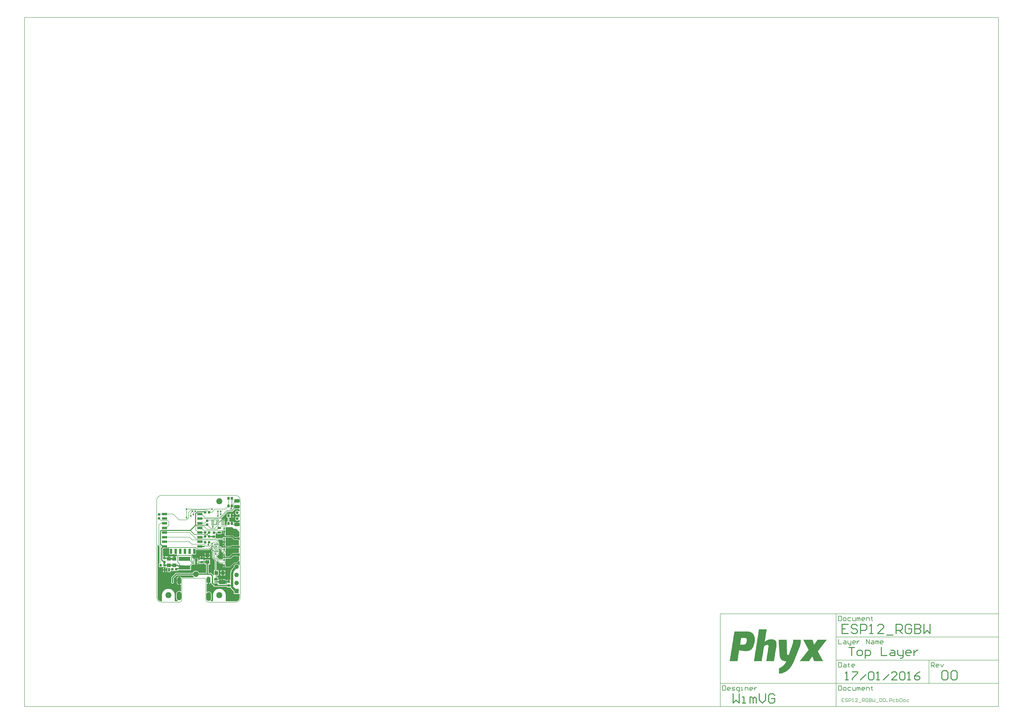
<source format=gtl>
G04 Layer_Physical_Order=1*
G04 Layer_Color=48896*
%FSLAX25Y25*%
%MOIN*%
G70*
G01*
G75*
%ADD10C,0.03937*%
%ADD11C,0.01969*%
%ADD12C,0.00591*%
%ADD13R,0.04331X0.03937*%
%ADD14R,0.03937X0.04331*%
%ADD15R,0.01181X0.02362*%
%ADD16R,0.03543X0.05906*%
%ADD17R,0.08858X0.03937*%
%ADD18R,0.03937X0.08858*%
%ADD19R,0.19685X0.07087*%
%ADD20R,0.03307X0.09449*%
%ADD21R,0.01969X0.00984*%
%ADD22R,0.02362X0.04528*%
%ADD23R,0.05512X0.02362*%
%ADD24R,0.07087X0.02362*%
G04:AMPARAMS|DCode=25|XSize=74.8mil|YSize=125.98mil|CornerRadius=0mil|HoleSize=0mil|Usage=FLASHONLY|Rotation=90.000|XOffset=0mil|YOffset=0mil|HoleType=Round|Shape=Octagon|*
%AMOCTAGOND25*
4,1,8,-0.06299,-0.01870,-0.06299,0.01870,-0.04429,0.03740,0.04429,0.03740,0.06299,0.01870,0.06299,-0.01870,0.04429,-0.03740,-0.04429,-0.03740,-0.06299,-0.01870,0.0*
%
%ADD25OCTAGOND25*%

%ADD26R,0.05906X0.02756*%
%ADD27R,0.01181X0.03150*%
%ADD28R,0.05315X0.01575*%
%ADD29R,0.05906X0.03543*%
%ADD30R,0.07087X0.06299*%
%ADD31R,0.06299X0.07087*%
%ADD32R,0.04134X0.04528*%
G04:AMPARAMS|DCode=33|XSize=90.55mil|YSize=59.06mil|CornerRadius=14.76mil|HoleSize=0mil|Usage=FLASHONLY|Rotation=180.000|XOffset=0mil|YOffset=0mil|HoleType=Round|Shape=RoundedRectangle|*
%AMROUNDEDRECTD33*
21,1,0.09055,0.02953,0,0,180.0*
21,1,0.06102,0.05906,0,0,180.0*
1,1,0.02953,-0.03051,0.01476*
1,1,0.02953,0.03051,0.01476*
1,1,0.02953,0.03051,-0.01476*
1,1,0.02953,-0.03051,-0.01476*
%
%ADD33ROUNDEDRECTD33*%
%ADD34C,0.00984*%
%ADD35C,0.01575*%
%ADD36C,0.00787*%
%ADD37C,0.02756*%
%ADD38R,0.03150X0.22441*%
%ADD39R,0.11811X0.06693*%
%ADD40R,0.11811X0.04724*%
%ADD41C,0.07480*%
%ADD42R,0.07480X0.07480*%
%ADD43O,0.07874X0.14961*%
%ADD44C,0.09449*%
%ADD45O,0.06693X0.12992*%
%ADD46O,0.06693X0.11417*%
%ADD47C,0.10236*%
%ADD48R,0.05906X0.05906*%
%ADD49C,0.05118*%
%ADD50C,0.05906*%
%ADD51C,0.02756*%
G36*
X2410Y97109D02*
X2523Y96924D01*
X2664Y96759D01*
X4622Y94801D01*
Y65551D01*
X3346D01*
Y59645D01*
X9645D01*
Y59645D01*
X10039D01*
Y59645D01*
X15249D01*
X15445Y59449D01*
X15038Y58465D01*
X14961Y58465D01*
X14370D01*
Y55709D01*
X15945D01*
Y57480D01*
X15945Y58464D01*
X16929Y58465D01*
X18110D01*
Y50787D01*
X23622D01*
Y52952D01*
X29724D01*
Y52952D01*
X30118D01*
Y52952D01*
X36417D01*
Y53347D01*
X36417Y54331D01*
X58071D01*
Y61488D01*
X60456Y63873D01*
X63189D01*
X63247Y63878D01*
X64488D01*
Y63779D01*
X65945D01*
Y69291D01*
Y74803D01*
X64488D01*
Y74508D01*
X64173D01*
Y73228D01*
X62205D01*
Y74508D01*
X61417D01*
Y74508D01*
X60536Y74756D01*
Y77953D01*
X60518Y78184D01*
X60464Y78410D01*
X60375Y78625D01*
X60253Y78823D01*
X60102Y79000D01*
X59044Y80058D01*
X58998Y80151D01*
X59392Y81102D01*
X60735D01*
Y80875D01*
X66640D01*
Y88838D01*
X67550Y89214D01*
X67654Y89110D01*
X67830Y88959D01*
X68028Y88838D01*
X68243Y88749D01*
X68469Y88695D01*
X68701Y88677D01*
X89281D01*
X89512Y88695D01*
X89738Y88749D01*
X89953Y88838D01*
X90151Y88959D01*
X90328Y89110D01*
X93445Y92227D01*
X93701Y92210D01*
X94010Y92231D01*
X94196Y92268D01*
X95324Y91139D01*
X95315Y90952D01*
X95013Y90250D01*
X94935Y90136D01*
X94663Y90082D01*
X94370Y89982D01*
X94092Y89845D01*
X93835Y89673D01*
X93602Y89469D01*
X93397Y89236D01*
X93226Y88979D01*
X93089Y88701D01*
X92989Y88408D01*
X92929Y88104D01*
X92908Y87795D01*
X92929Y87486D01*
X92989Y87183D01*
X93089Y86889D01*
X93226Y86612D01*
X93397Y86354D01*
X93602Y86121D01*
X93795Y85952D01*
Y76378D01*
X93813Y76146D01*
X93867Y75920D01*
X93956Y75706D01*
X94077Y75507D01*
X94228Y75331D01*
X98519Y71040D01*
Y54134D01*
X97047D01*
Y45854D01*
X96078Y45593D01*
X95935Y45807D01*
X95765Y46001D01*
X92734Y49033D01*
X92540Y49203D01*
X92325Y49346D01*
X92093Y49460D01*
X91849Y49543D01*
X91596Y49594D01*
X91339Y49610D01*
X87800D01*
Y63976D01*
X90354D01*
Y72244D01*
X81299D01*
Y70280D01*
X80027D01*
X79331Y70976D01*
Y71063D01*
X79134Y71965D01*
Y73622D01*
X76378D01*
X73622D01*
Y71965D01*
X73426Y71063D01*
X73410Y71058D01*
X72441Y71542D01*
Y72244D01*
X70669D01*
Y73228D01*
X69685D01*
Y74508D01*
X69370D01*
Y74803D01*
X67913D01*
Y69291D01*
Y63779D01*
X69370D01*
Y64075D01*
X69685D01*
Y65354D01*
X71654D01*
Y64075D01*
X72441D01*
Y65842D01*
X73426D01*
Y64763D01*
X79331D01*
Y66334D01*
X81299D01*
Y63976D01*
X83854D01*
Y49610D01*
X71696D01*
X71617Y49824D01*
X71429Y50231D01*
X71210Y50623D01*
X70960Y50996D01*
X70683Y51348D01*
X70378Y51678D01*
X70049Y51982D01*
X69697Y52260D01*
X69324Y52509D01*
X68932Y52728D01*
X68525Y52916D01*
X68104Y53071D01*
X67672Y53193D01*
X67232Y53281D01*
X66787Y53333D01*
X66339Y53351D01*
X65890Y53333D01*
X65445Y53281D01*
X65005Y53193D01*
X64573Y53071D01*
X64152Y52916D01*
X63745Y52728D01*
X63354Y52509D01*
X62981Y52260D01*
X62628Y51982D01*
X62299Y51678D01*
X61994Y51348D01*
X61717Y50996D01*
X61467Y50623D01*
X61248Y50231D01*
X61060Y49824D01*
X60982Y49610D01*
X33071D01*
X32813Y49594D01*
X32560Y49543D01*
X32316Y49460D01*
X32085Y49346D01*
X31870Y49203D01*
X31676Y49033D01*
X25377Y42733D01*
X25207Y42540D01*
X25063Y42325D01*
X24949Y42094D01*
X24866Y41849D01*
X24816Y41596D01*
X24799Y41339D01*
Y35158D01*
X24722Y35042D01*
X24585Y34764D01*
X24485Y34471D01*
X24425Y34167D01*
X24404Y33858D01*
X24425Y33549D01*
X24485Y33246D01*
X24585Y32952D01*
X24722Y32675D01*
X24894Y32417D01*
X25098Y32184D01*
X25330Y31980D01*
X25588Y31808D01*
X25866Y31671D01*
X26159Y31572D01*
X26463Y31511D01*
X26772Y31491D01*
X27081Y31511D01*
X27384Y31572D01*
X27678Y31671D01*
X27955Y31808D01*
X28213Y31980D01*
X28446Y32184D01*
X28650Y32417D01*
X28822Y32675D01*
X28959Y32952D01*
X29058Y33246D01*
X29119Y33549D01*
X29139Y33858D01*
X29119Y34167D01*
X29058Y34471D01*
X28959Y34764D01*
X28822Y35042D01*
X28744Y35158D01*
Y40521D01*
X33888Y45665D01*
X60982D01*
X61060Y45452D01*
X61248Y45044D01*
X61467Y44653D01*
X61717Y44280D01*
X61994Y43927D01*
X62299Y43598D01*
X62628Y43294D01*
X62981Y43016D01*
X63127Y42918D01*
X62902Y42016D01*
X62853Y41933D01*
X44488D01*
X44481Y41933D01*
X44160Y41917D01*
X43834Y41869D01*
X43516Y41789D01*
X43206Y41678D01*
X42978Y41570D01*
X42866Y41545D01*
X42176Y41659D01*
X42074Y41692D01*
X41743Y41886D01*
X41723Y41909D01*
X41630Y42063D01*
X41388Y42389D01*
X41116Y42690D01*
X40815Y42963D01*
X40488Y43205D01*
X40140Y43414D01*
X39773Y43588D01*
X39390Y43724D01*
X39173Y43779D01*
Y36614D01*
Y29449D01*
X39390Y29504D01*
X39773Y29641D01*
X40140Y29814D01*
X40153Y29822D01*
X41003Y29434D01*
X41137Y29279D01*
Y18925D01*
X40787Y18611D01*
X40153Y18359D01*
X39995Y18441D01*
X39598Y18605D01*
X39188Y18734D01*
X38769Y18827D01*
X38343Y18884D01*
X37913Y18902D01*
X37484Y18884D01*
X37058Y18827D01*
X36639Y18734D01*
X36229Y18605D01*
X35832Y18441D01*
X35450Y18242D01*
X35088Y18011D01*
X34747Y17750D01*
X34430Y17459D01*
X34140Y17143D01*
X33878Y16802D01*
X33647Y16439D01*
X33449Y16058D01*
X33285Y15661D01*
X33155Y15251D01*
X33062Y14832D01*
X33006Y14406D01*
X32987Y13976D01*
Y6890D01*
X33006Y6460D01*
X33062Y6034D01*
X33155Y5615D01*
X33285Y5205D01*
X33449Y4808D01*
X33647Y4427D01*
X33878Y4064D01*
X34140Y3723D01*
X34430Y3407D01*
X34747Y3116D01*
X35088Y2855D01*
X35450Y2624D01*
X35832Y2425D01*
X35974Y2366D01*
X35778Y1382D01*
X30517D01*
Y10925D01*
X30498Y11118D01*
X30494Y11129D01*
X30497Y11157D01*
X30517Y11811D01*
X30497Y12465D01*
X30438Y13117D01*
X30339Y13763D01*
X30202Y14403D01*
X30026Y15033D01*
X29813Y15652D01*
X29563Y16256D01*
X29276Y16845D01*
X28955Y17415D01*
X28599Y17964D01*
X28212Y18491D01*
X27793Y18994D01*
X27344Y19470D01*
X26868Y19919D01*
X26365Y20338D01*
X25838Y20725D01*
X25289Y21081D01*
X24719Y21402D01*
X24130Y21689D01*
X23526Y21939D01*
X22907Y22152D01*
X22277Y22328D01*
X21637Y22465D01*
X20991Y22564D01*
X20339Y22623D01*
X19685Y22643D01*
X19031Y22623D01*
X18379Y22564D01*
X17733Y22465D01*
X17093Y22328D01*
X16463Y22152D01*
X15844Y21939D01*
X15240Y21689D01*
X14651Y21402D01*
X14081Y21081D01*
X13532Y20725D01*
X13005Y20338D01*
X12502Y19919D01*
X12026Y19470D01*
X11577Y18994D01*
X11158Y18491D01*
X10771Y17964D01*
X10415Y17415D01*
X10094Y16845D01*
X9808Y16256D01*
X9557Y15652D01*
X9344Y15033D01*
X9168Y14403D01*
X9031Y13763D01*
X8932Y13117D01*
X8873Y12465D01*
X8853Y11811D01*
X8873Y11157D01*
X8876Y11129D01*
X8873Y11118D01*
X8854Y10925D01*
Y1382D01*
X7874D01*
X7839Y1379D01*
X7364Y1398D01*
X6858Y1458D01*
X6358Y1558D01*
X5867Y1696D01*
X5388Y1873D01*
X4925Y2086D01*
X4480Y2335D01*
X4056Y2619D01*
X3655Y2935D01*
X3281Y3281D01*
X2935Y3655D01*
X2619Y4056D01*
X2335Y4480D01*
X2086Y4925D01*
X1873Y5388D01*
X1696Y5867D01*
X1558Y6358D01*
X1458Y6858D01*
X1398Y7364D01*
X1379Y7839D01*
X1382Y7874D01*
Y97063D01*
X2327Y97309D01*
X2410Y97109D01*
D02*
G37*
G36*
X109346Y88103D02*
Y86614D01*
X109362Y86413D01*
X109409Y86218D01*
X109486Y86032D01*
X109592Y85860D01*
X109722Y85707D01*
X110904Y84526D01*
X111057Y84395D01*
X111228Y84289D01*
X111414Y84212D01*
X111610Y84165D01*
X111811Y84150D01*
X111811Y84150D01*
X114561D01*
X115050Y83165D01*
X114978Y83071D01*
X112402D01*
Y81004D01*
X114370D01*
Y80020D01*
X115354D01*
Y76968D01*
X115945D01*
Y76772D01*
X124016D01*
Y77504D01*
X128987Y82475D01*
X138189D01*
X138343Y82495D01*
X138487Y82555D01*
X138610Y82650D01*
X139366Y83405D01*
X140350Y82998D01*
Y78026D01*
X139366Y77618D01*
X138216Y78768D01*
X138093Y78862D01*
X137949Y78922D01*
X137795Y78942D01*
X129921D01*
X129767Y78922D01*
X129623Y78862D01*
X129500Y78768D01*
X125344Y74611D01*
X124016D01*
Y74803D01*
X112205D01*
Y72839D01*
X106142D01*
X102858Y76122D01*
Y78602D01*
X105041Y80785D01*
X105172Y80939D01*
X105277Y81110D01*
X105354Y81296D01*
X105402Y81492D01*
X105417Y81693D01*
X105417Y81693D01*
Y83465D01*
X105709D01*
Y88583D01*
X105709Y88583D01*
X105278Y89362D01*
X105265Y89383D01*
X105265Y89383D01*
X105264Y89384D01*
X105172Y89534D01*
X105041Y89687D01*
X105041Y89687D01*
X104795Y89933D01*
X105172Y90842D01*
X106607D01*
X109346Y88103D01*
D02*
G37*
G36*
X131102Y105905D02*
X137795D01*
X139370Y104331D01*
Y97244D01*
X138583Y96457D01*
X127559D01*
X126378Y95276D01*
X116929D01*
Y109449D01*
X127559D01*
X131102Y105905D01*
D02*
G37*
G36*
X112205Y103740D02*
X116333D01*
Y100984D01*
X115945D01*
Y100787D01*
X115354D01*
Y97736D01*
Y94685D01*
X115945D01*
Y94488D01*
X124016D01*
Y94680D01*
X126378D01*
X126532Y94700D01*
X126676Y94760D01*
X126799Y94854D01*
X127806Y95861D01*
X138583D01*
X138737Y95881D01*
X138881Y95941D01*
X139004Y96035D01*
X139366Y96398D01*
X140350Y95990D01*
Y92199D01*
X139366Y91791D01*
X139004Y92154D01*
X138881Y92248D01*
X138737Y92308D01*
X138583Y92328D01*
X124016D01*
Y92520D01*
X112205D01*
Y92471D01*
X111295Y92094D01*
X109175Y94215D01*
X109022Y94345D01*
X108850Y94451D01*
X108664Y94528D01*
X108468Y94575D01*
X108268Y94591D01*
X106043D01*
X105879Y94755D01*
X105709Y95669D01*
X105709D01*
Y100787D01*
X105417D01*
Y102559D01*
X105402Y102760D01*
X105354Y102956D01*
X105277Y103142D01*
X105172Y103314D01*
X105041Y103467D01*
X103614Y104894D01*
X103991Y105803D01*
X112205D01*
Y103740D01*
D02*
G37*
G36*
X139764Y76378D02*
Y71260D01*
X135433Y66929D01*
X131102D01*
X124016Y59842D01*
X116535D01*
Y74016D01*
X125591D01*
X129921Y78347D01*
X137795D01*
X139764Y76378D01*
D02*
G37*
G36*
X106573Y66022D02*
X106726Y65891D01*
X106898Y65786D01*
X107084Y65709D01*
X107280Y65662D01*
X107480Y65646D01*
X111538D01*
X112402Y65354D01*
Y63287D01*
X114370D01*
Y62303D01*
X115354D01*
Y59252D01*
X115945D01*
Y59055D01*
X124016D01*
Y59247D01*
X124170Y59267D01*
X124314Y59327D01*
X124437Y59421D01*
X131349Y66334D01*
X135433D01*
X135587Y66354D01*
X135731Y66413D01*
X135854Y66508D01*
X135854Y66508D01*
X139366Y70020D01*
X140350Y69612D01*
Y62946D01*
X139366Y62659D01*
X139307Y62752D01*
X139056Y63079D01*
X138777Y63383D01*
X138473Y63662D01*
X138145Y63913D01*
X137797Y64135D01*
X137432Y64325D01*
X137050Y64483D01*
X136657Y64607D01*
X136254Y64696D01*
X135845Y64750D01*
X135433Y64768D01*
X135021Y64750D01*
X134612Y64696D01*
X134209Y64607D01*
X133816Y64483D01*
X133434Y64325D01*
X133069Y64135D01*
X132721Y63913D01*
X132393Y63662D01*
X132089Y63383D01*
X131810Y63079D01*
X131559Y62752D01*
X131338Y62404D01*
X131147Y62038D01*
X130989Y61657D01*
X130865Y61263D01*
X130776Y60861D01*
X130722Y60452D01*
X130704Y60039D01*
X130722Y59627D01*
X130736Y59524D01*
X128790Y57579D01*
X128790Y57579D01*
X128291Y57051D01*
X128135Y56867D01*
X127822Y56496D01*
X127385Y55915D01*
X126981Y55311D01*
X126612Y54685D01*
X126278Y54039D01*
X125981Y53376D01*
X125722Y52697D01*
X125501Y52004D01*
X125320Y51300D01*
X125178Y50587D01*
X125076Y49868D01*
X125036Y49384D01*
X125015Y49143D01*
X124995Y48417D01*
X124995D01*
Y38700D01*
X124803Y37795D01*
X124011Y37795D01*
X123032D01*
Y34842D01*
X122048D01*
Y33858D01*
X119292D01*
Y32202D01*
X119095Y31299D01*
X119095Y31106D01*
X118806Y30122D01*
X117530D01*
X117153Y31031D01*
X118110Y31988D01*
Y33268D01*
X111024D01*
Y34252D01*
X110039D01*
Y38780D01*
X106201D01*
X105240Y37819D01*
X104331Y38195D01*
Y40354D01*
X104134D01*
Y42323D01*
X102465D01*
Y45079D01*
X105315D01*
Y54134D01*
X101481D01*
Y69827D01*
X102390Y70204D01*
X106573Y66022D01*
D02*
G37*
G36*
X139370Y90945D02*
Y84252D01*
X138189Y83071D01*
X128740D01*
X123228Y77559D01*
X116929D01*
Y91732D01*
X138583D01*
X139370Y90945D01*
D02*
G37*
G36*
X14764Y91531D02*
X21335D01*
Y80875D01*
X27240D01*
Y81102D01*
X29135D01*
Y80875D01*
X34475D01*
X34883Y79891D01*
X34386Y79394D01*
X34235Y79217D01*
X34113Y79019D01*
X34025Y78804D01*
X33970Y78578D01*
X33952Y78347D01*
Y77559D01*
X30906D01*
Y73622D01*
X28937D01*
Y77559D01*
X25787D01*
X25591Y77559D01*
X24803D01*
X24606Y77559D01*
X21457D01*
Y73622D01*
X19488D01*
Y77559D01*
X16570Y77559D01*
X15748Y77952D01*
X15320Y77952D01*
X13977D01*
Y75000D01*
X12008D01*
Y77952D01*
X10634D01*
Y90915D01*
X11254Y91536D01*
X14706D01*
X14764Y91531D01*
D02*
G37*
G36*
X116333Y118701D02*
X115945D01*
Y118504D01*
X115354D01*
Y115453D01*
Y112402D01*
X115945D01*
Y112205D01*
X124016D01*
Y112397D01*
X129281D01*
X131862Y109815D01*
X131986Y109720D01*
X132129Y109661D01*
X132283Y109641D01*
X138189D01*
X138343Y109661D01*
X138487Y109720D01*
X138610Y109815D01*
X139441Y110646D01*
X140350Y110269D01*
Y105585D01*
X139366Y105177D01*
X138216Y106327D01*
X138093Y106421D01*
X137949Y106481D01*
X137795Y106501D01*
X131349D01*
X127980Y109870D01*
X127857Y109965D01*
X127713Y110024D01*
X127559Y110045D01*
X124016D01*
Y110236D01*
X112205D01*
Y108370D01*
X100197D01*
Y114370D01*
X100197D01*
Y114764D01*
X100197D01*
Y116925D01*
X102362D01*
Y115551D01*
X110236D01*
Y120370D01*
X112598D01*
X112799Y120386D01*
X112995Y120433D01*
X113181Y120510D01*
X113353Y120615D01*
X113506Y120746D01*
X114217Y121457D01*
X116333D01*
Y118701D01*
D02*
G37*
G36*
X88779Y31024D02*
X88997Y31079D01*
X89379Y31216D01*
X89746Y31389D01*
X90095Y31598D01*
X90421Y31840D01*
X90722Y32113D01*
X90995Y32414D01*
X91237Y32740D01*
X91413Y33034D01*
X91522Y33065D01*
X92397Y32799D01*
Y32008D01*
X92414Y31750D01*
X92465Y31497D01*
X92548Y31253D01*
X92662Y31021D01*
X92805Y30807D01*
X92975Y30613D01*
X94471Y29117D01*
X94665Y28947D01*
X94880Y28803D01*
X95111Y28689D01*
X95356Y28606D01*
X95609Y28556D01*
X95866Y28539D01*
X96457D01*
Y28150D01*
X96653D01*
Y26181D01*
X102096D01*
X102166Y26177D01*
X119095D01*
Y25000D01*
X125000D01*
X125412Y24186D01*
X125425Y24150D01*
X125611Y23747D01*
X125828Y23361D01*
X126074Y22992D01*
X126348Y22644D01*
X126637Y22331D01*
X126649Y22318D01*
X130709Y18259D01*
Y13976D01*
X140157D01*
X140350Y13072D01*
Y7874D01*
X140353Y7839D01*
X140334Y7364D01*
X140274Y6858D01*
X140175Y6358D01*
X140036Y5867D01*
X139860Y5388D01*
X139646Y4925D01*
X139397Y4480D01*
X139114Y4056D01*
X138798Y3655D01*
X138452Y3281D01*
X138077Y2935D01*
X137677Y2619D01*
X137252Y2335D01*
X136807Y2086D01*
X136344Y1873D01*
X135866Y1696D01*
X135375Y1558D01*
X134874Y1458D01*
X134368Y1398D01*
X133894Y1379D01*
X133858Y1382D01*
X117131D01*
Y10925D01*
X117112Y11118D01*
X117109Y11129D01*
X117111Y11157D01*
X117131Y11811D01*
X117111Y12465D01*
X117052Y13117D01*
X116954Y13763D01*
X116816Y14403D01*
X116640Y15033D01*
X116427Y15652D01*
X116177Y16256D01*
X115890Y16845D01*
X115569Y17415D01*
X115214Y17964D01*
X114826Y18491D01*
X114407Y18994D01*
X113958Y19470D01*
X113482Y19919D01*
X112979Y20338D01*
X112452Y20725D01*
X111903Y21081D01*
X111333Y21402D01*
X110745Y21689D01*
X110140Y21939D01*
X109522Y22152D01*
X108891Y22328D01*
X108252Y22465D01*
X107605Y22564D01*
X106953Y22623D01*
X106299Y22643D01*
X105645Y22623D01*
X104994Y22564D01*
X104347Y22465D01*
X103707Y22328D01*
X103077Y22152D01*
X102458Y21939D01*
X101854Y21689D01*
X101266Y21402D01*
X100696Y21081D01*
X100146Y20725D01*
X99619Y20338D01*
X99116Y19919D01*
X98640Y19470D01*
X98192Y18994D01*
X97773Y18491D01*
X97385Y17964D01*
X97030Y17415D01*
X96708Y16845D01*
X96422Y16256D01*
X96171Y15652D01*
X95958Y15033D01*
X95782Y14403D01*
X95645Y13763D01*
X95547Y13117D01*
X95487Y12465D01*
X95468Y11811D01*
X95487Y11157D01*
X95490Y11129D01*
X95487Y11118D01*
X95468Y10925D01*
Y1382D01*
X91894D01*
X91862Y1421D01*
X91532Y2366D01*
X91593Y2422D01*
X91884Y2739D01*
X92145Y3080D01*
X92376Y3443D01*
X92575Y3824D01*
X92739Y4221D01*
X92868Y4631D01*
X92961Y5050D01*
X93017Y5476D01*
X93036Y5906D01*
Y12992D01*
X93017Y13421D01*
X92961Y13848D01*
X92868Y14267D01*
X92739Y14677D01*
X92575Y15074D01*
X92376Y15455D01*
X92145Y15818D01*
X91884Y16159D01*
X91593Y16475D01*
X91277Y16766D01*
X90936Y17027D01*
X90573Y17258D01*
X90192Y17457D01*
X89795Y17621D01*
X89385Y17750D01*
X88966Y17843D01*
X88539Y17899D01*
X88110Y17918D01*
X87681Y17899D01*
X87255Y17843D01*
X86835Y17750D01*
X86426Y17621D01*
X86028Y17457D01*
X85831Y17354D01*
X85283Y17557D01*
X84847Y17915D01*
Y30854D01*
X84981Y31008D01*
X85831Y31397D01*
X85844Y31389D01*
X86211Y31216D01*
X86594Y31079D01*
X86811Y31024D01*
Y37402D01*
X88779D01*
Y31024D01*
D02*
G37*
G36*
X127953Y127165D02*
X130709Y124409D01*
X135039Y124409D01*
X140157Y119291D01*
X140157Y112205D01*
X138189Y110236D01*
X132283D01*
X129528Y112992D01*
X116929D01*
Y127165D01*
X127953Y127165D01*
D02*
G37*
G36*
X132893Y157866D02*
X133169Y157851D01*
X136597D01*
X136614Y157850D01*
X136632Y157851D01*
X139272D01*
X139366Y157856D01*
X139776Y157668D01*
X140182Y157317D01*
X140350Y157041D01*
Y154355D01*
X139366Y154029D01*
X139357Y154042D01*
X139123Y154300D01*
X138865Y154534D01*
X138585Y154741D01*
X138286Y154920D01*
X137972Y155069D01*
X137644Y155186D01*
X137306Y155271D01*
X136962Y155322D01*
X136614Y155339D01*
X136267Y155322D01*
X135922Y155271D01*
X135584Y155186D01*
X135257Y155069D01*
X134942Y154920D01*
X134643Y154741D01*
X134364Y154534D01*
X134106Y154300D01*
X133872Y154042D01*
X133665Y153762D01*
X133485Y153464D01*
X133337Y153149D01*
X133219Y152821D01*
X133135Y152483D01*
X133084Y152139D01*
X133067Y151791D01*
X133084Y151444D01*
X133135Y151099D01*
X133219Y150761D01*
X133337Y150434D01*
X133485Y150119D01*
X133665Y149820D01*
X133872Y149541D01*
X134106Y149283D01*
X134364Y149049D01*
X134643Y148842D01*
X134942Y148663D01*
X135257Y148514D01*
X135584Y148397D01*
X135922Y148312D01*
X136267Y148261D01*
X136614Y148244D01*
X136962Y148261D01*
X137306Y148312D01*
X137644Y148397D01*
X137972Y148514D01*
X138286Y148663D01*
X138585Y148842D01*
X138865Y149049D01*
X139123Y149283D01*
X139357Y149541D01*
X139366Y149553D01*
X140350Y149228D01*
Y144354D01*
X139366Y144029D01*
X139357Y144042D01*
X139123Y144300D01*
X138865Y144534D01*
X138585Y144741D01*
X138286Y144920D01*
X137972Y145069D01*
X137644Y145186D01*
X137306Y145271D01*
X136962Y145322D01*
X136614Y145339D01*
X136267Y145322D01*
X135922Y145271D01*
X135584Y145186D01*
X135257Y145069D01*
X134942Y144920D01*
X134643Y144741D01*
X134364Y144534D01*
X134106Y144300D01*
X133872Y144042D01*
X133665Y143762D01*
X133485Y143464D01*
X133337Y143149D01*
X133219Y142821D01*
X133135Y142483D01*
X133084Y142139D01*
X133067Y141791D01*
X133084Y141444D01*
X133135Y141099D01*
X133219Y140761D01*
X133337Y140434D01*
X133485Y140119D01*
X133665Y139820D01*
X133872Y139541D01*
X134106Y139283D01*
X134364Y139049D01*
X134643Y138842D01*
X134942Y138663D01*
X135257Y138514D01*
X135584Y138397D01*
X135922Y138312D01*
X136267Y138261D01*
X136614Y138244D01*
X136962Y138261D01*
X137306Y138312D01*
X137644Y138397D01*
X137972Y138514D01*
X138286Y138663D01*
X138585Y138842D01*
X138865Y139049D01*
X139123Y139283D01*
X139357Y139541D01*
X139366Y139553D01*
X140350Y139228D01*
Y135531D01*
X139346D01*
X139272Y135536D01*
X137205D01*
Y131791D01*
X135236D01*
Y135536D01*
X133169D01*
X133095Y135531D01*
X132874D01*
Y135517D01*
X132873Y135517D01*
X132582Y135459D01*
X132301Y135364D01*
X132035Y135232D01*
X131788Y135067D01*
X131565Y134872D01*
X131496Y134793D01*
X130966Y134878D01*
X130512Y135137D01*
Y136614D01*
X128642D01*
Y133563D01*
X126673D01*
Y136614D01*
X125000D01*
Y136811D01*
X123232D01*
Y143504D01*
X125000D01*
Y143701D01*
X126673D01*
Y146752D01*
Y149803D01*
X125000D01*
Y150000D01*
X118898D01*
Y143504D01*
X120665D01*
Y136811D01*
X118898D01*
Y132327D01*
X116634Y130063D01*
X115650Y130119D01*
Y134941D01*
Y138484D01*
X115453D01*
Y138485D01*
X112008D01*
Y139272D01*
X111024D01*
Y140847D01*
X109703D01*
X109295Y141831D01*
X120709Y153244D01*
X127559D01*
X127760Y153260D01*
X127956Y153307D01*
X128142Y153384D01*
X128314Y153489D01*
X128467Y153620D01*
X132739Y157892D01*
X132893Y157866D01*
D02*
G37*
%LPC*%
G36*
X15945Y53740D02*
X14370D01*
Y50984D01*
X15945D01*
Y53740D01*
D02*
G37*
G36*
X12402D02*
X10827D01*
Y50984D01*
X12402D01*
Y53740D01*
D02*
G37*
G36*
X37205Y35630D02*
X34050D01*
Y33465D01*
X34070Y33059D01*
X34130Y32657D01*
X34228Y32263D01*
X34365Y31881D01*
X34539Y31514D01*
X34748Y31165D01*
X34990Y30839D01*
X35262Y30538D01*
X35563Y30265D01*
X35890Y30023D01*
X36238Y29814D01*
X36605Y29641D01*
X36988Y29504D01*
X37205Y29449D01*
Y35630D01*
D02*
G37*
G36*
X113386Y61319D02*
X112402D01*
Y59252D01*
X113386D01*
Y61319D01*
D02*
G37*
G36*
X12402Y58465D02*
X10827D01*
Y55709D01*
X12402D01*
Y58465D01*
D02*
G37*
G36*
X116142Y53937D02*
X113189D01*
Y50591D01*
X116142D01*
Y53937D01*
D02*
G37*
G36*
X37205Y43779D02*
X36988Y43724D01*
X36605Y43588D01*
X36238Y43414D01*
X35890Y43205D01*
X35563Y42963D01*
X35262Y42690D01*
X34990Y42389D01*
X34748Y42063D01*
X34539Y41715D01*
X34365Y41348D01*
X34228Y40965D01*
X34130Y40571D01*
X34070Y40170D01*
X34050Y39764D01*
Y37598D01*
X37205D01*
Y43779D01*
D02*
G37*
G36*
X116142Y48622D02*
X113189D01*
Y45276D01*
X116142D01*
Y48622D01*
D02*
G37*
G36*
X111221D02*
X108268D01*
Y45276D01*
X111221D01*
Y48622D01*
D02*
G37*
G36*
X115847Y38780D02*
X112008D01*
Y35236D01*
X118110D01*
Y36516D01*
X115847Y38780D01*
D02*
G37*
G36*
X121063Y37795D02*
X119292D01*
Y35827D01*
X121063D01*
Y37795D01*
D02*
G37*
G36*
X111221Y53937D02*
X108268D01*
Y50591D01*
X111221D01*
Y53937D01*
D02*
G37*
G36*
X113386Y114469D02*
X112402D01*
Y113559D01*
X113386Y113386D01*
X112402Y112402D01*
Y112402D01*
X113386D01*
Y114469D01*
D02*
G37*
G36*
Y100787D02*
X112402D01*
Y98721D01*
X113386D01*
Y100787D01*
D02*
G37*
G36*
Y96752D02*
X112402D01*
Y94685D01*
X113386D01*
Y96752D01*
D02*
G37*
G36*
Y118504D02*
X112402D01*
Y116437D01*
X113386D01*
Y118504D01*
D02*
G37*
G36*
X130512Y149803D02*
X128642D01*
Y147736D01*
X130512D01*
Y149803D01*
D02*
G37*
G36*
Y145768D02*
X128642D01*
Y143701D01*
X130512D01*
Y145768D01*
D02*
G37*
G36*
X115453Y140847D02*
X112992D01*
Y140256D01*
X115453D01*
Y140847D01*
D02*
G37*
G36*
X90158Y83071D02*
X86811D01*
Y80118D01*
X90158D01*
Y83071D01*
D02*
G37*
G36*
Y78150D02*
X86811D01*
Y75197D01*
X90158D01*
Y78150D01*
D02*
G37*
G36*
X84843D02*
X81496D01*
Y75197D01*
X84843D01*
Y78150D01*
D02*
G37*
G36*
X72441Y74508D02*
X71654D01*
Y74213D01*
X72441D01*
Y74508D01*
D02*
G37*
G36*
X75394Y77559D02*
X73622D01*
Y75590D01*
X75394D01*
Y77559D01*
D02*
G37*
G36*
X84843Y83071D02*
X81496D01*
Y80118D01*
X84843D01*
Y83071D01*
D02*
G37*
G36*
X113386Y79035D02*
X112402D01*
Y76968D01*
X113386D01*
Y79035D01*
D02*
G37*
G36*
X79134Y77559D02*
X77363D01*
Y75590D01*
X79134D01*
Y77559D01*
D02*
G37*
%LPD*%
G36*
X1093521Y-64032D02*
Y-64318D01*
Y-64605D01*
Y-64891D01*
Y-65177D01*
Y-65464D01*
Y-65750D01*
Y-66036D01*
Y-66322D01*
Y-66609D01*
Y-66895D01*
Y-67181D01*
Y-67468D01*
Y-67754D01*
Y-68040D01*
Y-68327D01*
Y-68613D01*
Y-68899D01*
Y-69186D01*
Y-69472D01*
Y-69758D01*
X1093234D01*
Y-70044D01*
Y-70331D01*
Y-70617D01*
Y-70903D01*
Y-71190D01*
X1092948D01*
Y-71476D01*
Y-71762D01*
Y-72049D01*
Y-72335D01*
X1092662D01*
Y-72621D01*
Y-72908D01*
Y-73194D01*
Y-73480D01*
X1092375D01*
Y-73767D01*
Y-74053D01*
Y-74339D01*
X1092089D01*
Y-74625D01*
Y-74912D01*
Y-75198D01*
X1091803D01*
Y-75485D01*
Y-75771D01*
Y-76057D01*
X1091516D01*
Y-76343D01*
Y-76630D01*
Y-76916D01*
X1091230D01*
Y-77202D01*
Y-77489D01*
X1090944D01*
Y-77775D01*
Y-78061D01*
X1090657D01*
Y-78348D01*
Y-78634D01*
Y-78920D01*
X1090371D01*
Y-79207D01*
Y-79493D01*
X1090085D01*
Y-79779D01*
Y-80066D01*
Y-80352D01*
X1089799D01*
Y-80638D01*
Y-80924D01*
X1089512D01*
Y-81211D01*
Y-81497D01*
Y-81783D01*
X1089226D01*
Y-82070D01*
Y-82356D01*
X1088939D01*
Y-82642D01*
Y-82929D01*
Y-83215D01*
X1088653D01*
Y-83501D01*
Y-83788D01*
X1088367D01*
Y-84074D01*
Y-84360D01*
Y-84646D01*
X1088081D01*
Y-84933D01*
Y-85219D01*
X1087794D01*
Y-85505D01*
Y-85792D01*
Y-86078D01*
X1087508D01*
Y-86364D01*
Y-86651D01*
X1087222D01*
Y-86937D01*
Y-87223D01*
Y-87510D01*
X1086935D01*
Y-87796D01*
Y-88082D01*
X1086649D01*
Y-88369D01*
Y-88655D01*
Y-88941D01*
X1086363D01*
Y-89227D01*
Y-89514D01*
X1086076D01*
Y-89800D01*
Y-90086D01*
Y-90373D01*
X1085790D01*
Y-90659D01*
Y-90945D01*
X1085504D01*
Y-91232D01*
Y-91518D01*
Y-91804D01*
X1085217D01*
Y-92091D01*
Y-92377D01*
X1084931D01*
Y-92663D01*
Y-92950D01*
Y-93236D01*
X1084645D01*
Y-93522D01*
Y-93809D01*
X1084359D01*
Y-94095D01*
Y-94381D01*
Y-94667D01*
X1084072D01*
Y-94954D01*
Y-95240D01*
X1083786D01*
Y-95526D01*
Y-95813D01*
Y-96099D01*
X1083500D01*
Y-96385D01*
Y-96672D01*
X1083213D01*
Y-96958D01*
Y-97244D01*
Y-97531D01*
X1082927D01*
Y-97817D01*
Y-98103D01*
X1082641D01*
Y-98390D01*
Y-98676D01*
Y-98962D01*
X1082354D01*
Y-99248D01*
Y-99535D01*
X1082068D01*
Y-99821D01*
Y-100107D01*
Y-100394D01*
X1081782D01*
Y-100680D01*
Y-100966D01*
X1081495D01*
Y-101253D01*
Y-101539D01*
X1081209D01*
Y-101825D01*
Y-102112D01*
X1080923D01*
Y-102398D01*
Y-102684D01*
Y-102971D01*
X1080637D01*
Y-103257D01*
X1080350D01*
Y-103543D01*
Y-103829D01*
Y-104116D01*
X1080064D01*
Y-104402D01*
X1079778D01*
Y-104688D01*
Y-104975D01*
X1079491D01*
Y-105261D01*
Y-105547D01*
X1079205D01*
Y-105834D01*
Y-106120D01*
X1078919D01*
Y-106406D01*
Y-106693D01*
X1078632D01*
Y-106979D01*
X1078346D01*
Y-107265D01*
Y-107552D01*
X1078060D01*
Y-107838D01*
Y-108124D01*
X1077773D01*
Y-108410D01*
X1077487D01*
Y-108697D01*
X1077201D01*
Y-108983D01*
Y-109269D01*
X1076914D01*
Y-109556D01*
X1076628D01*
Y-109842D01*
Y-110128D01*
X1076342D01*
Y-110415D01*
X1076056D01*
Y-110701D01*
X1075769D01*
Y-110987D01*
Y-111274D01*
X1075483D01*
Y-111560D01*
X1075196D01*
Y-111846D01*
X1074910D01*
Y-112133D01*
X1074624D01*
Y-112419D01*
X1074338D01*
Y-112705D01*
Y-112991D01*
X1074051D01*
Y-113278D01*
X1073765D01*
Y-113564D01*
X1073479D01*
Y-113850D01*
X1073192D01*
Y-114137D01*
X1072906D01*
Y-114423D01*
X1072620D01*
Y-114709D01*
X1072333D01*
Y-114996D01*
X1071761D01*
Y-115282D01*
X1071474D01*
Y-115568D01*
X1071188D01*
Y-115855D01*
X1070902D01*
Y-116141D01*
X1070615D01*
Y-116427D01*
X1070043D01*
Y-116714D01*
X1069757D01*
Y-117000D01*
X1069184D01*
Y-117286D01*
X1068898D01*
Y-117572D01*
X1068325D01*
Y-117859D01*
X1068039D01*
Y-118145D01*
X1067466D01*
Y-118431D01*
X1066893D01*
Y-118718D01*
X1066321D01*
Y-119004D01*
X1065748D01*
Y-119290D01*
X1065176D01*
Y-119577D01*
X1064317D01*
Y-119863D01*
X1063744D01*
Y-120149D01*
X1062885D01*
Y-120436D01*
X1061740D01*
Y-120722D01*
X1060595D01*
Y-121008D01*
X1058877D01*
Y-121294D01*
X1056872D01*
Y-121581D01*
X1056586D01*
Y-121294D01*
Y-121008D01*
Y-120722D01*
Y-120436D01*
Y-120149D01*
Y-119863D01*
Y-119577D01*
Y-119290D01*
Y-119004D01*
Y-118718D01*
Y-118431D01*
Y-118145D01*
Y-117859D01*
Y-117572D01*
Y-117286D01*
Y-117000D01*
Y-116714D01*
Y-116427D01*
Y-116141D01*
Y-115855D01*
Y-115568D01*
Y-115282D01*
Y-114996D01*
Y-114709D01*
Y-114423D01*
Y-114137D01*
Y-113850D01*
Y-113564D01*
Y-113278D01*
Y-112991D01*
Y-112705D01*
Y-112419D01*
Y-112133D01*
X1057159D01*
Y-111846D01*
X1057731D01*
Y-111560D01*
X1058304D01*
Y-111274D01*
X1058877D01*
Y-110987D01*
X1059449D01*
Y-110701D01*
X1060022D01*
Y-110415D01*
X1060308D01*
Y-110128D01*
X1060881D01*
Y-109842D01*
X1061167D01*
Y-109556D01*
X1061740D01*
Y-109269D01*
X1062026D01*
Y-108983D01*
X1062312D01*
Y-108697D01*
X1062885D01*
Y-108410D01*
X1063171D01*
Y-108124D01*
X1063458D01*
Y-107838D01*
X1063744D01*
Y-107552D01*
X1064030D01*
Y-107265D01*
X1064317D01*
Y-106979D01*
X1064603D01*
Y-106693D01*
X1064889D01*
Y-106406D01*
X1065176D01*
Y-106120D01*
X1065462D01*
Y-105834D01*
X1065748D01*
Y-105547D01*
X1066035D01*
Y-105261D01*
Y-104975D01*
X1066321D01*
Y-104688D01*
X1066607D01*
Y-104402D01*
X1066893D01*
Y-104116D01*
Y-103829D01*
X1067180D01*
Y-103543D01*
X1067466D01*
Y-103257D01*
Y-102971D01*
X1067752D01*
Y-102684D01*
Y-102398D01*
X1068039D01*
Y-102112D01*
X1068325D01*
Y-101825D01*
Y-101539D01*
X1068611D01*
Y-101253D01*
Y-100966D01*
X1068898D01*
Y-100680D01*
Y-100394D01*
X1067180D01*
Y-100107D01*
X1065176D01*
Y-99821D01*
X1064030D01*
Y-99535D01*
X1063458D01*
Y-99248D01*
X1062599D01*
Y-98962D01*
X1062026D01*
Y-98676D01*
X1061740D01*
Y-98390D01*
X1061167D01*
Y-98103D01*
X1060881D01*
Y-97817D01*
X1060595D01*
Y-97531D01*
X1060308D01*
Y-97244D01*
X1060022D01*
Y-96958D01*
X1059736D01*
Y-96672D01*
Y-96385D01*
X1059449D01*
Y-96099D01*
X1059163D01*
Y-95813D01*
Y-95526D01*
X1058877D01*
Y-95240D01*
Y-94954D01*
X1058590D01*
Y-94667D01*
Y-94381D01*
X1058304D01*
Y-94095D01*
Y-93809D01*
Y-93522D01*
X1058018D01*
Y-93236D01*
Y-92950D01*
Y-92663D01*
Y-92377D01*
X1057731D01*
Y-92091D01*
Y-91804D01*
Y-91518D01*
Y-91232D01*
Y-90945D01*
Y-90659D01*
Y-90373D01*
X1057445D01*
Y-90086D01*
Y-89800D01*
Y-89514D01*
Y-89227D01*
Y-88941D01*
Y-88655D01*
Y-88369D01*
Y-88082D01*
Y-87796D01*
Y-87510D01*
Y-87223D01*
Y-86937D01*
Y-86651D01*
Y-86364D01*
Y-86078D01*
X1057159D01*
Y-85792D01*
Y-85505D01*
Y-85219D01*
Y-84933D01*
Y-84646D01*
Y-84360D01*
Y-84074D01*
Y-83788D01*
Y-83501D01*
Y-83215D01*
Y-82929D01*
Y-82642D01*
Y-82356D01*
Y-82070D01*
Y-81783D01*
X1056872D01*
Y-81497D01*
Y-81211D01*
Y-80924D01*
Y-80638D01*
Y-80352D01*
Y-80066D01*
Y-79779D01*
Y-79493D01*
Y-79207D01*
Y-78920D01*
Y-78634D01*
Y-78348D01*
Y-78061D01*
Y-77775D01*
Y-77489D01*
Y-77202D01*
X1056586D01*
Y-76916D01*
Y-76630D01*
Y-76343D01*
Y-76057D01*
Y-75771D01*
Y-75485D01*
Y-75198D01*
Y-74912D01*
Y-74625D01*
Y-74339D01*
Y-74053D01*
Y-73767D01*
Y-73480D01*
Y-73194D01*
Y-72908D01*
Y-72621D01*
X1056300D01*
Y-72335D01*
Y-72049D01*
Y-71762D01*
Y-71476D01*
Y-71190D01*
Y-70903D01*
Y-70617D01*
Y-70331D01*
Y-70044D01*
Y-69758D01*
Y-69472D01*
Y-69186D01*
Y-68899D01*
Y-68613D01*
X1056014D01*
Y-68327D01*
Y-68040D01*
Y-67754D01*
Y-67468D01*
Y-67181D01*
Y-66895D01*
Y-66609D01*
Y-66322D01*
Y-66036D01*
Y-65750D01*
Y-65464D01*
Y-65177D01*
Y-64891D01*
Y-64605D01*
Y-64318D01*
Y-64032D01*
X1055727D01*
Y-63746D01*
X1069470D01*
Y-64032D01*
Y-64318D01*
Y-64605D01*
Y-64891D01*
Y-65177D01*
Y-65464D01*
Y-65750D01*
Y-66036D01*
Y-66322D01*
Y-66609D01*
Y-66895D01*
Y-67181D01*
Y-67468D01*
Y-67754D01*
X1069757D01*
Y-68040D01*
Y-68327D01*
Y-68613D01*
Y-68899D01*
Y-69186D01*
Y-69472D01*
Y-69758D01*
Y-70044D01*
Y-70331D01*
Y-70617D01*
Y-70903D01*
Y-71190D01*
Y-71476D01*
Y-71762D01*
Y-72049D01*
Y-72335D01*
Y-72621D01*
Y-72908D01*
Y-73194D01*
Y-73480D01*
Y-73767D01*
Y-74053D01*
Y-74339D01*
Y-74625D01*
Y-74912D01*
Y-75198D01*
Y-75485D01*
Y-75771D01*
Y-76057D01*
Y-76343D01*
Y-76630D01*
Y-76916D01*
Y-77202D01*
Y-77489D01*
Y-77775D01*
Y-78061D01*
Y-78348D01*
Y-78634D01*
Y-78920D01*
Y-79207D01*
Y-79493D01*
X1070043D01*
Y-79779D01*
X1069757D01*
Y-80066D01*
Y-80352D01*
X1070043D01*
Y-80638D01*
Y-80924D01*
Y-81211D01*
Y-81497D01*
Y-81783D01*
Y-82070D01*
Y-82356D01*
Y-82642D01*
Y-82929D01*
Y-83215D01*
Y-83501D01*
Y-83788D01*
Y-84074D01*
Y-84360D01*
Y-84646D01*
Y-84933D01*
Y-85219D01*
Y-85505D01*
Y-85792D01*
Y-86078D01*
Y-86364D01*
Y-86651D01*
Y-86937D01*
Y-87223D01*
Y-87510D01*
Y-87796D01*
X1070329D01*
Y-88082D01*
Y-88369D01*
Y-88655D01*
X1070615D01*
Y-88941D01*
X1070902D01*
Y-89227D01*
X1071188D01*
Y-89514D01*
X1072047D01*
Y-89800D01*
X1072906D01*
Y-89514D01*
X1073192D01*
Y-89227D01*
Y-88941D01*
Y-88655D01*
X1073479D01*
Y-88369D01*
Y-88082D01*
X1073765D01*
Y-87796D01*
Y-87510D01*
Y-87223D01*
X1074051D01*
Y-86937D01*
Y-86651D01*
Y-86364D01*
X1074338D01*
Y-86078D01*
Y-85792D01*
Y-85505D01*
X1074624D01*
Y-85219D01*
Y-84933D01*
Y-84646D01*
X1074910D01*
Y-84360D01*
Y-84074D01*
X1075196D01*
Y-83788D01*
Y-83501D01*
Y-83215D01*
X1075483D01*
Y-82929D01*
Y-82642D01*
Y-82356D01*
X1075769D01*
Y-82070D01*
Y-81783D01*
Y-81497D01*
X1076056D01*
Y-81211D01*
Y-80924D01*
X1076342D01*
Y-80638D01*
Y-80352D01*
Y-80066D01*
X1076628D01*
Y-79779D01*
Y-79493D01*
Y-79207D01*
X1076914D01*
Y-78920D01*
Y-78634D01*
Y-78348D01*
X1077201D01*
Y-78061D01*
Y-77775D01*
X1077487D01*
Y-77489D01*
Y-77202D01*
Y-76916D01*
X1077773D01*
Y-76630D01*
Y-76343D01*
Y-76057D01*
X1078060D01*
Y-75771D01*
Y-75485D01*
Y-75198D01*
X1078346D01*
Y-74912D01*
Y-74625D01*
X1078632D01*
Y-74339D01*
Y-74053D01*
Y-73767D01*
X1078919D01*
Y-73480D01*
Y-73194D01*
Y-72908D01*
X1079205D01*
Y-72621D01*
Y-72335D01*
Y-72049D01*
X1079491D01*
Y-71762D01*
Y-71476D01*
Y-71190D01*
Y-70903D01*
X1079778D01*
Y-70617D01*
Y-70331D01*
Y-70044D01*
Y-69758D01*
X1080064D01*
Y-69472D01*
Y-69186D01*
Y-68899D01*
Y-68613D01*
Y-68327D01*
X1080350D01*
Y-68040D01*
Y-67754D01*
Y-67468D01*
Y-67181D01*
Y-66895D01*
Y-66609D01*
X1080637D01*
Y-66322D01*
Y-66036D01*
Y-65750D01*
Y-65464D01*
Y-65177D01*
Y-64891D01*
Y-64605D01*
Y-64318D01*
Y-64032D01*
Y-63746D01*
X1093521D01*
Y-64032D01*
D02*
G37*
G36*
X1035685Y-46567D02*
Y-46853D01*
X1035399D01*
Y-47139D01*
Y-47426D01*
Y-47712D01*
Y-47998D01*
Y-48285D01*
Y-48571D01*
X1035113D01*
Y-48857D01*
Y-49144D01*
Y-49430D01*
Y-49716D01*
Y-50003D01*
Y-50289D01*
X1034826D01*
Y-50575D01*
Y-50862D01*
Y-51148D01*
Y-51434D01*
Y-51720D01*
Y-52007D01*
Y-52293D01*
X1034540D01*
Y-52579D01*
Y-52866D01*
Y-53152D01*
Y-53438D01*
Y-53725D01*
Y-54011D01*
X1034254D01*
Y-54297D01*
Y-54584D01*
Y-54870D01*
Y-55156D01*
Y-55443D01*
Y-55729D01*
X1033967D01*
Y-56015D01*
Y-56301D01*
Y-56588D01*
Y-56874D01*
Y-57161D01*
Y-57447D01*
Y-57733D01*
X1033681D01*
Y-58019D01*
Y-58306D01*
Y-58592D01*
Y-58878D01*
Y-59165D01*
Y-59451D01*
X1033395D01*
Y-59737D01*
Y-60024D01*
Y-60310D01*
Y-60596D01*
Y-60883D01*
Y-61169D01*
X1033109D01*
Y-61455D01*
Y-61742D01*
Y-62028D01*
Y-62314D01*
Y-62600D01*
Y-62887D01*
X1032822D01*
Y-63173D01*
Y-63459D01*
Y-63746D01*
Y-64032D01*
Y-64318D01*
Y-64605D01*
Y-64891D01*
X1032536D01*
Y-65177D01*
Y-65464D01*
Y-65750D01*
Y-66036D01*
Y-66322D01*
Y-66609D01*
X1032250D01*
Y-66895D01*
Y-67181D01*
X1032822D01*
Y-66895D01*
X1033109D01*
Y-66609D01*
X1033395D01*
Y-66322D01*
X1033967D01*
Y-66036D01*
X1034254D01*
Y-65750D01*
X1034540D01*
Y-65464D01*
X1035113D01*
Y-65177D01*
X1035685D01*
Y-64891D01*
X1035972D01*
Y-64605D01*
X1036544D01*
Y-64318D01*
X1037403D01*
Y-64032D01*
X1037976D01*
Y-63746D01*
X1038835D01*
Y-63459D01*
X1040266D01*
Y-63173D01*
X1046565D01*
Y-63459D01*
X1047711D01*
Y-63746D01*
X1048569D01*
Y-64032D01*
X1049142D01*
Y-64318D01*
X1049428D01*
Y-64605D01*
X1050001D01*
Y-64891D01*
X1050287D01*
Y-65177D01*
X1050574D01*
Y-65464D01*
X1050860D01*
Y-65750D01*
X1051146D01*
Y-66036D01*
Y-66322D01*
X1051433D01*
Y-66609D01*
Y-66895D01*
X1051719D01*
Y-67181D01*
Y-67468D01*
Y-67754D01*
X1052005D01*
Y-68040D01*
Y-68327D01*
Y-68613D01*
Y-68899D01*
X1052291D01*
Y-69186D01*
Y-69472D01*
Y-69758D01*
Y-70044D01*
Y-70331D01*
Y-70617D01*
Y-70903D01*
Y-71190D01*
Y-71476D01*
Y-71762D01*
Y-72049D01*
Y-72335D01*
Y-72621D01*
Y-72908D01*
Y-73194D01*
Y-73480D01*
Y-73767D01*
Y-74053D01*
X1052005D01*
Y-74339D01*
Y-74625D01*
Y-74912D01*
Y-75198D01*
Y-75485D01*
Y-75771D01*
Y-76057D01*
X1051719D01*
Y-76343D01*
Y-76630D01*
Y-76916D01*
Y-77202D01*
Y-77489D01*
Y-77775D01*
Y-78061D01*
X1051433D01*
Y-78348D01*
Y-78634D01*
Y-78920D01*
Y-79207D01*
Y-79493D01*
Y-79779D01*
X1051146D01*
Y-80066D01*
Y-80352D01*
Y-80638D01*
Y-80924D01*
Y-81211D01*
Y-81497D01*
X1050860D01*
Y-81783D01*
Y-82070D01*
Y-82356D01*
Y-82642D01*
Y-82929D01*
Y-83215D01*
X1050574D01*
Y-83501D01*
Y-83788D01*
Y-84074D01*
Y-84360D01*
Y-84646D01*
Y-84933D01*
Y-85219D01*
X1050287D01*
Y-85505D01*
Y-85792D01*
Y-86078D01*
Y-86364D01*
Y-86651D01*
Y-86937D01*
X1050001D01*
Y-87223D01*
Y-87510D01*
Y-87796D01*
Y-88082D01*
Y-88369D01*
Y-88655D01*
X1049715D01*
Y-88941D01*
Y-89227D01*
Y-89514D01*
Y-89800D01*
Y-90086D01*
Y-90373D01*
Y-90659D01*
X1049428D01*
Y-90945D01*
Y-91232D01*
Y-91518D01*
Y-91804D01*
Y-92091D01*
Y-92377D01*
X1049142D01*
Y-92663D01*
Y-92950D01*
Y-93236D01*
Y-93522D01*
Y-93809D01*
Y-94095D01*
X1048856D01*
Y-94381D01*
Y-94667D01*
Y-94954D01*
Y-95240D01*
Y-95526D01*
Y-95813D01*
X1048569D01*
Y-96099D01*
Y-96385D01*
Y-96672D01*
Y-96958D01*
Y-97244D01*
Y-97531D01*
Y-97817D01*
X1048283D01*
Y-98103D01*
Y-98390D01*
Y-98676D01*
Y-98962D01*
Y-99248D01*
Y-99535D01*
X1047997D01*
Y-99821D01*
Y-100107D01*
X1034826D01*
Y-99821D01*
Y-99535D01*
X1035113D01*
Y-99248D01*
Y-98962D01*
Y-98676D01*
Y-98390D01*
Y-98103D01*
Y-97817D01*
X1035399D01*
Y-97531D01*
Y-97244D01*
Y-96958D01*
Y-96672D01*
Y-96385D01*
Y-96099D01*
Y-95813D01*
X1035685D01*
Y-95526D01*
Y-95240D01*
Y-94954D01*
Y-94667D01*
Y-94381D01*
Y-94095D01*
X1035972D01*
Y-93809D01*
Y-93522D01*
Y-93236D01*
Y-92950D01*
Y-92663D01*
Y-92377D01*
X1036258D01*
Y-92091D01*
Y-91804D01*
Y-91518D01*
Y-91232D01*
Y-90945D01*
Y-90659D01*
Y-90373D01*
X1036544D01*
Y-90086D01*
Y-89800D01*
Y-89514D01*
Y-89227D01*
Y-88941D01*
Y-88655D01*
X1036831D01*
Y-88369D01*
Y-88082D01*
Y-87796D01*
Y-87510D01*
Y-87223D01*
Y-86937D01*
Y-86651D01*
X1037117D01*
Y-86364D01*
Y-86078D01*
Y-85792D01*
Y-85505D01*
Y-85219D01*
Y-84933D01*
X1037403D01*
Y-84646D01*
Y-84360D01*
Y-84074D01*
Y-83788D01*
Y-83501D01*
Y-83215D01*
X1037689D01*
Y-82929D01*
Y-82642D01*
Y-82356D01*
Y-82070D01*
Y-81783D01*
Y-81497D01*
X1037976D01*
Y-81211D01*
Y-80924D01*
Y-80638D01*
Y-80352D01*
Y-80066D01*
Y-79779D01*
Y-79493D01*
X1038262D01*
Y-79207D01*
Y-78920D01*
Y-78634D01*
Y-78348D01*
Y-78061D01*
Y-77775D01*
X1038548D01*
Y-77489D01*
Y-77202D01*
Y-76916D01*
Y-76630D01*
Y-76343D01*
Y-76057D01*
Y-75771D01*
X1038835D01*
Y-75485D01*
Y-75198D01*
Y-74912D01*
Y-74625D01*
Y-74339D01*
Y-74053D01*
X1038548D01*
Y-73767D01*
Y-73480D01*
X1038262D01*
Y-73194D01*
X1037976D01*
Y-72908D01*
X1037403D01*
Y-72621D01*
X1035685D01*
Y-72908D01*
X1034254D01*
Y-73194D01*
X1033395D01*
Y-73480D01*
X1032822D01*
Y-73767D01*
X1032536D01*
Y-74053D01*
X1031963D01*
Y-74339D01*
X1031677D01*
Y-74625D01*
X1031391D01*
Y-74912D01*
Y-75198D01*
X1031104D01*
Y-75485D01*
Y-75771D01*
Y-76057D01*
X1030818D01*
Y-76343D01*
Y-76630D01*
Y-76916D01*
Y-77202D01*
Y-77489D01*
Y-77775D01*
X1030532D01*
Y-78061D01*
Y-78348D01*
Y-78634D01*
Y-78920D01*
Y-79207D01*
Y-79493D01*
Y-79779D01*
X1030245D01*
Y-80066D01*
Y-80352D01*
Y-80638D01*
Y-80924D01*
Y-81211D01*
Y-81497D01*
X1029959D01*
Y-81783D01*
Y-82070D01*
Y-82356D01*
Y-82642D01*
Y-82929D01*
Y-83215D01*
X1029673D01*
Y-83501D01*
Y-83788D01*
Y-84074D01*
Y-84360D01*
Y-84646D01*
Y-84933D01*
X1029387D01*
Y-85219D01*
Y-85505D01*
Y-85792D01*
Y-86078D01*
Y-86364D01*
Y-86651D01*
Y-86937D01*
X1029100D01*
Y-87223D01*
Y-87510D01*
Y-87796D01*
Y-88082D01*
Y-88369D01*
Y-88655D01*
X1028814D01*
Y-88941D01*
Y-89227D01*
Y-89514D01*
Y-89800D01*
Y-90086D01*
Y-90373D01*
X1028528D01*
Y-90659D01*
Y-90945D01*
Y-91232D01*
Y-91518D01*
Y-91804D01*
Y-92091D01*
Y-92377D01*
X1028241D01*
Y-92663D01*
Y-92950D01*
Y-93236D01*
Y-93522D01*
Y-93809D01*
Y-94095D01*
X1027955D01*
Y-94381D01*
Y-94667D01*
Y-94954D01*
Y-95240D01*
Y-95526D01*
Y-95813D01*
X1027669D01*
Y-96099D01*
Y-96385D01*
Y-96672D01*
Y-96958D01*
Y-97244D01*
Y-97531D01*
X1027382D01*
Y-97817D01*
Y-98103D01*
Y-98390D01*
Y-98676D01*
Y-98962D01*
Y-99248D01*
Y-99535D01*
X1027096D01*
Y-99821D01*
Y-100107D01*
X1013926D01*
Y-99821D01*
Y-99535D01*
X1014212D01*
Y-99248D01*
Y-98962D01*
Y-98676D01*
Y-98390D01*
Y-98103D01*
Y-97817D01*
Y-97531D01*
X1014498D01*
Y-97244D01*
Y-96958D01*
Y-96672D01*
Y-96385D01*
Y-96099D01*
Y-95813D01*
X1014785D01*
Y-95526D01*
Y-95240D01*
Y-94954D01*
Y-94667D01*
Y-94381D01*
Y-94095D01*
X1015071D01*
Y-93809D01*
Y-93522D01*
Y-93236D01*
Y-92950D01*
Y-92663D01*
Y-92377D01*
Y-92091D01*
X1015357D01*
Y-91804D01*
Y-91518D01*
Y-91232D01*
Y-90945D01*
Y-90659D01*
Y-90373D01*
X1015643D01*
Y-90086D01*
Y-89800D01*
Y-89514D01*
Y-89227D01*
Y-88941D01*
Y-88655D01*
X1015930D01*
Y-88369D01*
Y-88082D01*
Y-87796D01*
Y-87510D01*
Y-87223D01*
Y-86937D01*
X1016216D01*
Y-86651D01*
Y-86364D01*
Y-86078D01*
Y-85792D01*
Y-85505D01*
Y-85219D01*
Y-84933D01*
X1016502D01*
Y-84646D01*
Y-84360D01*
Y-84074D01*
Y-83788D01*
Y-83501D01*
Y-83215D01*
X1016789D01*
Y-82929D01*
Y-82642D01*
Y-82356D01*
Y-82070D01*
Y-81783D01*
Y-81497D01*
X1017075D01*
Y-81211D01*
Y-80924D01*
Y-80638D01*
Y-80352D01*
Y-80066D01*
Y-79779D01*
Y-79493D01*
X1017361D01*
Y-79207D01*
Y-78920D01*
Y-78634D01*
Y-78348D01*
Y-78061D01*
Y-77775D01*
X1017648D01*
Y-77489D01*
Y-77202D01*
Y-76916D01*
Y-76630D01*
Y-76343D01*
Y-76057D01*
X1017934D01*
Y-75771D01*
Y-75485D01*
Y-75198D01*
Y-74912D01*
Y-74625D01*
Y-74339D01*
X1018220D01*
Y-74053D01*
Y-73767D01*
Y-73480D01*
Y-73194D01*
Y-72908D01*
Y-72621D01*
Y-72335D01*
X1018507D01*
Y-72049D01*
Y-71762D01*
Y-71476D01*
Y-71190D01*
Y-70903D01*
Y-70617D01*
X1018793D01*
Y-70331D01*
Y-70044D01*
Y-69758D01*
Y-69472D01*
Y-69186D01*
Y-68899D01*
X1019079D01*
Y-68613D01*
Y-68327D01*
Y-68040D01*
Y-67754D01*
Y-67468D01*
Y-67181D01*
X1019366D01*
Y-66895D01*
Y-66609D01*
Y-66322D01*
Y-66036D01*
Y-65750D01*
Y-65464D01*
Y-65177D01*
X1019652D01*
Y-64891D01*
Y-64605D01*
Y-64318D01*
Y-64032D01*
Y-63746D01*
Y-63459D01*
X1019938D01*
Y-63173D01*
Y-62887D01*
Y-62600D01*
Y-62314D01*
Y-62028D01*
Y-61742D01*
X1020224D01*
Y-61455D01*
Y-61169D01*
Y-60883D01*
Y-60596D01*
Y-60310D01*
Y-60024D01*
Y-59737D01*
X1020511D01*
Y-59451D01*
Y-59165D01*
Y-58878D01*
Y-58592D01*
Y-58306D01*
Y-58019D01*
X1020797D01*
Y-57733D01*
Y-57447D01*
Y-57161D01*
Y-56874D01*
Y-56588D01*
Y-56301D01*
X1021083D01*
Y-56015D01*
Y-55729D01*
Y-55443D01*
Y-55156D01*
Y-54870D01*
Y-54584D01*
X1021370D01*
Y-54297D01*
Y-54011D01*
Y-53725D01*
Y-53438D01*
Y-53152D01*
Y-52866D01*
Y-52579D01*
X1021656D01*
Y-52293D01*
Y-52007D01*
Y-51720D01*
Y-51434D01*
Y-51148D01*
Y-50862D01*
X1021942D01*
Y-50575D01*
Y-50289D01*
Y-50003D01*
Y-49716D01*
Y-49430D01*
Y-49144D01*
X1022229D01*
Y-48857D01*
Y-48571D01*
Y-48285D01*
Y-47998D01*
Y-47712D01*
Y-47426D01*
Y-47139D01*
X1022515D01*
Y-46853D01*
Y-46567D01*
Y-46281D01*
X1035685D01*
Y-46567D01*
D02*
G37*
G36*
X1004477Y-50003D02*
X1006195D01*
Y-50289D01*
X1007054D01*
Y-50575D01*
X1007913D01*
Y-50862D01*
X1008772D01*
Y-51148D01*
X1009345D01*
Y-51434D01*
X1009631D01*
Y-51720D01*
X1010203D01*
Y-52007D01*
X1010490D01*
Y-52293D01*
X1011062D01*
Y-52579D01*
X1011349D01*
Y-52866D01*
X1011635D01*
Y-53152D01*
X1011921D01*
Y-53438D01*
X1012208D01*
Y-53725D01*
X1012494D01*
Y-54011D01*
X1012780D01*
Y-54297D01*
Y-54584D01*
X1013067D01*
Y-54870D01*
X1013353D01*
Y-55156D01*
Y-55443D01*
X1013639D01*
Y-55729D01*
X1013926D01*
Y-56015D01*
Y-56301D01*
X1014212D01*
Y-56588D01*
Y-56874D01*
Y-57161D01*
X1014498D01*
Y-57447D01*
Y-57733D01*
Y-58019D01*
X1014785D01*
Y-58306D01*
Y-58592D01*
Y-58878D01*
Y-59165D01*
X1015071D01*
Y-59451D01*
Y-59737D01*
Y-60024D01*
Y-60310D01*
Y-60596D01*
X1015357D01*
Y-60883D01*
Y-61169D01*
Y-61455D01*
Y-61742D01*
Y-62028D01*
Y-62314D01*
Y-62600D01*
Y-62887D01*
Y-63173D01*
Y-63459D01*
Y-63746D01*
Y-64032D01*
Y-64318D01*
Y-64605D01*
Y-64891D01*
Y-65177D01*
Y-65464D01*
Y-65750D01*
Y-66036D01*
Y-66322D01*
X1015071D01*
Y-66609D01*
Y-66895D01*
Y-67181D01*
Y-67468D01*
Y-67754D01*
Y-68040D01*
Y-68327D01*
X1014785D01*
Y-68613D01*
Y-68899D01*
Y-69186D01*
Y-69472D01*
Y-69758D01*
X1014498D01*
Y-70044D01*
Y-70331D01*
Y-70617D01*
Y-70903D01*
Y-71190D01*
X1014212D01*
Y-71476D01*
Y-71762D01*
Y-72049D01*
X1013926D01*
Y-72335D01*
Y-72621D01*
Y-72908D01*
Y-73194D01*
X1013639D01*
Y-73480D01*
Y-73767D01*
Y-74053D01*
X1013353D01*
Y-74339D01*
Y-74625D01*
X1013067D01*
Y-74912D01*
Y-75198D01*
Y-75485D01*
X1012780D01*
Y-75771D01*
Y-76057D01*
X1012494D01*
Y-76343D01*
Y-76630D01*
X1012208D01*
Y-76916D01*
Y-77202D01*
X1011921D01*
Y-77489D01*
X1011635D01*
Y-77775D01*
Y-78061D01*
X1011349D01*
Y-78348D01*
X1011062D01*
Y-78634D01*
X1010776D01*
Y-78920D01*
Y-79207D01*
X1010490D01*
Y-79493D01*
X1010203D01*
Y-79779D01*
X1009917D01*
Y-80066D01*
X1009631D01*
Y-80352D01*
X1009345D01*
Y-80638D01*
X1008772D01*
Y-80924D01*
X1008486D01*
Y-81211D01*
X1007913D01*
Y-81497D01*
X1007627D01*
Y-81783D01*
X1007054D01*
Y-82070D01*
X1006195D01*
Y-82356D01*
X1005336D01*
Y-82642D01*
X1004477D01*
Y-82929D01*
X1002759D01*
Y-83215D01*
X997606D01*
Y-82929D01*
X995029D01*
Y-82642D01*
X993025D01*
Y-82356D01*
X991593D01*
Y-82070D01*
X990162D01*
Y-81783D01*
X988730D01*
Y-82070D01*
Y-82356D01*
Y-82642D01*
Y-82929D01*
Y-83215D01*
Y-83501D01*
Y-83788D01*
X988444D01*
Y-84074D01*
Y-84360D01*
Y-84646D01*
Y-84933D01*
Y-85219D01*
Y-85505D01*
X988157D01*
Y-85792D01*
Y-86078D01*
Y-86364D01*
Y-86651D01*
Y-86937D01*
Y-87223D01*
X987871D01*
Y-87510D01*
Y-87796D01*
Y-88082D01*
Y-88369D01*
Y-88655D01*
Y-88941D01*
Y-89227D01*
X987585D01*
Y-89514D01*
Y-89800D01*
Y-90086D01*
Y-90373D01*
Y-90659D01*
Y-90945D01*
X987298D01*
Y-91232D01*
Y-91518D01*
Y-91804D01*
Y-92091D01*
Y-92377D01*
Y-92663D01*
X987012D01*
Y-92950D01*
Y-93236D01*
Y-93522D01*
Y-93809D01*
Y-94095D01*
Y-94381D01*
Y-94667D01*
X986726D01*
Y-94954D01*
Y-95240D01*
Y-95526D01*
Y-95813D01*
Y-96099D01*
Y-96385D01*
X986440D01*
Y-96672D01*
Y-96958D01*
Y-97244D01*
Y-97531D01*
Y-97817D01*
Y-98103D01*
X986153D01*
Y-98390D01*
Y-98676D01*
Y-98962D01*
Y-99248D01*
Y-99535D01*
Y-99821D01*
Y-100107D01*
X972696D01*
Y-99821D01*
X972983D01*
Y-99535D01*
Y-99248D01*
Y-98962D01*
Y-98676D01*
Y-98390D01*
X973269D01*
Y-98103D01*
Y-97817D01*
Y-97531D01*
Y-97244D01*
Y-96958D01*
Y-96672D01*
Y-96385D01*
X973555D01*
Y-96099D01*
Y-95813D01*
Y-95526D01*
Y-95240D01*
Y-94954D01*
Y-94667D01*
X973842D01*
Y-94381D01*
Y-94095D01*
Y-93809D01*
Y-93522D01*
Y-93236D01*
Y-92950D01*
X974128D01*
Y-92663D01*
Y-92377D01*
Y-92091D01*
Y-91804D01*
Y-91518D01*
Y-91232D01*
Y-90945D01*
X974414D01*
Y-90659D01*
Y-90373D01*
Y-90086D01*
Y-89800D01*
Y-89514D01*
Y-89227D01*
X974701D01*
Y-88941D01*
Y-88655D01*
Y-88369D01*
Y-88082D01*
Y-87796D01*
Y-87510D01*
X974987D01*
Y-87223D01*
Y-86937D01*
Y-86651D01*
Y-86364D01*
Y-86078D01*
Y-85792D01*
X975273D01*
Y-85505D01*
Y-85219D01*
Y-84933D01*
Y-84646D01*
Y-84360D01*
Y-84074D01*
Y-83788D01*
X975560D01*
Y-83501D01*
Y-83215D01*
Y-82929D01*
Y-82642D01*
Y-82356D01*
Y-82070D01*
X975846D01*
Y-81783D01*
Y-81497D01*
Y-81211D01*
Y-80924D01*
Y-80638D01*
Y-80352D01*
X976132D01*
Y-80066D01*
Y-79779D01*
Y-79493D01*
Y-79207D01*
Y-78920D01*
Y-78634D01*
X976419D01*
Y-78348D01*
Y-78061D01*
Y-77775D01*
Y-77489D01*
Y-77202D01*
Y-76916D01*
Y-76630D01*
X976705D01*
Y-76343D01*
Y-76057D01*
Y-75771D01*
Y-75485D01*
Y-75198D01*
Y-74912D01*
X976991D01*
Y-74625D01*
Y-74339D01*
Y-74053D01*
Y-73767D01*
Y-73480D01*
Y-73194D01*
X977277D01*
Y-72908D01*
Y-72621D01*
Y-72335D01*
Y-72049D01*
Y-71762D01*
Y-71476D01*
Y-71190D01*
X977564D01*
Y-70903D01*
Y-70617D01*
Y-70331D01*
Y-70044D01*
Y-69758D01*
Y-69472D01*
X977850D01*
Y-69186D01*
Y-68899D01*
Y-68613D01*
Y-68327D01*
Y-68040D01*
Y-67754D01*
X978137D01*
Y-67468D01*
Y-67181D01*
Y-66895D01*
Y-66609D01*
Y-66322D01*
Y-66036D01*
X978423D01*
Y-65750D01*
Y-65464D01*
Y-65177D01*
Y-64891D01*
Y-64605D01*
Y-64318D01*
Y-64032D01*
X978709D01*
Y-63746D01*
Y-63459D01*
Y-63173D01*
Y-62887D01*
Y-62600D01*
Y-62314D01*
X978995D01*
Y-62028D01*
Y-61742D01*
Y-61455D01*
Y-61169D01*
Y-60883D01*
Y-60596D01*
X979282D01*
Y-60310D01*
Y-60024D01*
Y-59737D01*
Y-59451D01*
Y-59165D01*
Y-58878D01*
Y-58592D01*
X979568D01*
Y-58306D01*
Y-58019D01*
Y-57733D01*
Y-57447D01*
Y-57161D01*
Y-56874D01*
X979854D01*
Y-56588D01*
Y-56301D01*
Y-56015D01*
Y-55729D01*
Y-55443D01*
Y-55156D01*
X980141D01*
Y-54870D01*
Y-54584D01*
Y-54297D01*
Y-54011D01*
Y-53725D01*
Y-53438D01*
Y-53152D01*
X980427D01*
Y-52866D01*
Y-52579D01*
Y-52293D01*
Y-52007D01*
Y-51720D01*
Y-51434D01*
X980713D01*
Y-51148D01*
Y-50862D01*
Y-50575D01*
Y-50289D01*
Y-50003D01*
Y-49716D01*
X1004477D01*
Y-50003D01*
D02*
G37*
G36*
X1137613Y-64032D02*
X1137326D01*
Y-64318D01*
X1137040D01*
Y-64605D01*
Y-64891D01*
X1136754D01*
Y-65177D01*
X1136467D01*
Y-65464D01*
X1136181D01*
Y-65750D01*
Y-66036D01*
X1135895D01*
Y-66322D01*
X1135608D01*
Y-66609D01*
X1135322D01*
Y-66895D01*
X1135036D01*
Y-67181D01*
Y-67468D01*
X1134750D01*
Y-67754D01*
X1134463D01*
Y-68040D01*
X1134177D01*
Y-68327D01*
Y-68613D01*
X1133891D01*
Y-68899D01*
X1133604D01*
Y-69186D01*
X1133318D01*
Y-69472D01*
X1133032D01*
Y-69758D01*
Y-70044D01*
X1132745D01*
Y-70331D01*
X1132459D01*
Y-70617D01*
X1132173D01*
Y-70903D01*
Y-71190D01*
X1131886D01*
Y-71476D01*
X1131600D01*
Y-71762D01*
X1131314D01*
Y-72049D01*
Y-72335D01*
X1131028D01*
Y-72621D01*
X1130741D01*
Y-72908D01*
X1130455D01*
Y-73194D01*
X1130169D01*
Y-73480D01*
Y-73767D01*
X1129882D01*
Y-74053D01*
X1129596D01*
Y-74339D01*
X1129310D01*
Y-74625D01*
Y-74912D01*
X1129023D01*
Y-75198D01*
X1128737D01*
Y-75485D01*
X1128451D01*
Y-75771D01*
Y-76057D01*
X1128164D01*
Y-76343D01*
X1127878D01*
Y-76630D01*
X1127592D01*
Y-76916D01*
X1127306D01*
Y-77202D01*
Y-77489D01*
X1127019D01*
Y-77775D01*
X1126733D01*
Y-78061D01*
X1126447D01*
Y-78348D01*
Y-78634D01*
X1126160D01*
Y-78920D01*
X1125874D01*
Y-79207D01*
X1125588D01*
Y-79493D01*
Y-79779D01*
X1125301D01*
Y-80066D01*
X1125015D01*
Y-80352D01*
X1124729D01*
Y-80638D01*
X1124442D01*
Y-80924D01*
Y-81211D01*
X1124156D01*
Y-81497D01*
X1123870D01*
Y-81783D01*
X1123583D01*
Y-82070D01*
Y-82356D01*
X1123297D01*
Y-82642D01*
X1123011D01*
Y-82929D01*
X1122725D01*
Y-83215D01*
X1122438D01*
Y-83501D01*
Y-83788D01*
X1122725D01*
Y-84074D01*
Y-84360D01*
X1123011D01*
Y-84646D01*
Y-84933D01*
X1123297D01*
Y-85219D01*
X1123583D01*
Y-85505D01*
Y-85792D01*
X1123870D01*
Y-86078D01*
Y-86364D01*
X1124156D01*
Y-86651D01*
Y-86937D01*
X1124442D01*
Y-87223D01*
Y-87510D01*
X1124729D01*
Y-87796D01*
Y-88082D01*
X1125015D01*
Y-88369D01*
Y-88655D01*
X1125301D01*
Y-88941D01*
Y-89227D01*
X1125588D01*
Y-89514D01*
Y-89800D01*
X1125874D01*
Y-90086D01*
X1126160D01*
Y-90373D01*
Y-90659D01*
X1126447D01*
Y-90945D01*
Y-91232D01*
X1126733D01*
Y-91518D01*
Y-91804D01*
X1127019D01*
Y-92091D01*
Y-92377D01*
X1127306D01*
Y-92663D01*
Y-92950D01*
X1127592D01*
Y-93236D01*
Y-93522D01*
X1127878D01*
Y-93809D01*
Y-94095D01*
X1128164D01*
Y-94381D01*
X1128451D01*
Y-94667D01*
Y-94954D01*
X1128737D01*
Y-95240D01*
Y-95526D01*
X1129023D01*
Y-95813D01*
Y-96099D01*
X1129310D01*
Y-96385D01*
Y-96672D01*
X1129596D01*
Y-96958D01*
Y-97244D01*
X1129882D01*
Y-97531D01*
Y-97817D01*
X1130169D01*
Y-98103D01*
Y-98390D01*
X1130455D01*
Y-98676D01*
X1130741D01*
Y-98962D01*
Y-99248D01*
X1131028D01*
Y-99535D01*
Y-99821D01*
X1131314D01*
Y-100107D01*
X1116139D01*
Y-99821D01*
X1115853D01*
Y-99535D01*
Y-99248D01*
Y-98962D01*
X1115567D01*
Y-98676D01*
Y-98390D01*
Y-98103D01*
X1115280D01*
Y-97817D01*
Y-97531D01*
X1114994D01*
Y-97244D01*
Y-96958D01*
Y-96672D01*
X1114708D01*
Y-96385D01*
Y-96099D01*
Y-95813D01*
X1114421D01*
Y-95526D01*
Y-95240D01*
X1114135D01*
Y-94954D01*
Y-94667D01*
Y-94381D01*
X1113849D01*
Y-94095D01*
Y-93809D01*
Y-93522D01*
X1113562D01*
Y-93236D01*
Y-92950D01*
Y-92663D01*
X1113276D01*
Y-92377D01*
X1112704D01*
Y-92663D01*
Y-92950D01*
X1112417D01*
Y-93236D01*
X1112131D01*
Y-93522D01*
Y-93809D01*
X1111845D01*
Y-94095D01*
X1111558D01*
Y-94381D01*
Y-94667D01*
X1111272D01*
Y-94954D01*
X1110986D01*
Y-95240D01*
Y-95526D01*
X1110699D01*
Y-95813D01*
X1110413D01*
Y-96099D01*
X1110127D01*
Y-96385D01*
Y-96672D01*
X1109840D01*
Y-96958D01*
X1109554D01*
Y-97244D01*
Y-97531D01*
X1109268D01*
Y-97817D01*
X1108981D01*
Y-98103D01*
Y-98390D01*
X1108695D01*
Y-98676D01*
X1108409D01*
Y-98962D01*
Y-99248D01*
X1108123D01*
Y-99535D01*
X1107836D01*
Y-99821D01*
Y-100107D01*
X1091803D01*
Y-99821D01*
X1092089D01*
Y-99535D01*
X1092375D01*
Y-99248D01*
X1092662D01*
Y-98962D01*
X1092948D01*
Y-98676D01*
Y-98390D01*
X1093234D01*
Y-98103D01*
X1093521D01*
Y-97817D01*
X1093807D01*
Y-97531D01*
X1094093D01*
Y-97244D01*
Y-96958D01*
X1094380D01*
Y-96672D01*
X1094666D01*
Y-96385D01*
X1094952D01*
Y-96099D01*
Y-95813D01*
X1095238D01*
Y-95526D01*
X1095525D01*
Y-95240D01*
X1095811D01*
Y-94954D01*
X1096097D01*
Y-94667D01*
Y-94381D01*
X1096384D01*
Y-94095D01*
X1096670D01*
Y-93809D01*
X1096956D01*
Y-93522D01*
X1097243D01*
Y-93236D01*
Y-92950D01*
X1097529D01*
Y-92663D01*
X1097815D01*
Y-92377D01*
X1098102D01*
Y-92091D01*
Y-91804D01*
X1098388D01*
Y-91518D01*
X1098674D01*
Y-91232D01*
X1098960D01*
Y-90945D01*
X1099247D01*
Y-90659D01*
Y-90373D01*
X1099533D01*
Y-90086D01*
X1099819D01*
Y-89800D01*
X1100106D01*
Y-89514D01*
Y-89227D01*
X1100392D01*
Y-88941D01*
X1100678D01*
Y-88655D01*
X1100965D01*
Y-88369D01*
X1101251D01*
Y-88082D01*
Y-87796D01*
X1101537D01*
Y-87510D01*
X1101824D01*
Y-87223D01*
X1102110D01*
Y-86937D01*
Y-86651D01*
X1102396D01*
Y-86364D01*
X1102683D01*
Y-86078D01*
X1102969D01*
Y-85792D01*
X1103255D01*
Y-85505D01*
Y-85219D01*
X1103541D01*
Y-84933D01*
X1103828D01*
Y-84646D01*
X1104114D01*
Y-84360D01*
X1104400D01*
Y-84074D01*
Y-83788D01*
X1104687D01*
Y-83501D01*
X1104973D01*
Y-83215D01*
X1105259D01*
Y-82929D01*
Y-82642D01*
X1105546D01*
Y-82356D01*
X1105832D01*
Y-82070D01*
X1106118D01*
Y-81783D01*
X1106405D01*
Y-81497D01*
Y-81211D01*
X1106691D01*
Y-80924D01*
Y-80638D01*
Y-80352D01*
X1106405D01*
Y-80066D01*
X1106118D01*
Y-79779D01*
Y-79493D01*
X1105832D01*
Y-79207D01*
Y-78920D01*
X1105546D01*
Y-78634D01*
Y-78348D01*
X1105259D01*
Y-78061D01*
Y-77775D01*
X1104973D01*
Y-77489D01*
Y-77202D01*
X1104687D01*
Y-76916D01*
Y-76630D01*
X1104400D01*
Y-76343D01*
X1104114D01*
Y-76057D01*
Y-75771D01*
X1103828D01*
Y-75485D01*
Y-75198D01*
X1103541D01*
Y-74912D01*
Y-74625D01*
X1103255D01*
Y-74339D01*
Y-74053D01*
X1102969D01*
Y-73767D01*
Y-73480D01*
X1102683D01*
Y-73194D01*
Y-72908D01*
X1102396D01*
Y-72621D01*
X1102110D01*
Y-72335D01*
Y-72049D01*
X1101824D01*
Y-71762D01*
Y-71476D01*
X1101537D01*
Y-71190D01*
Y-70903D01*
X1101251D01*
Y-70617D01*
Y-70331D01*
X1100965D01*
Y-70044D01*
Y-69758D01*
X1100678D01*
Y-69472D01*
Y-69186D01*
X1100392D01*
Y-68899D01*
Y-68613D01*
X1100106D01*
Y-68327D01*
X1099819D01*
Y-68040D01*
Y-67754D01*
X1099533D01*
Y-67468D01*
Y-67181D01*
X1099247D01*
Y-66895D01*
Y-66609D01*
X1098960D01*
Y-66322D01*
Y-66036D01*
X1098674D01*
Y-65750D01*
Y-65464D01*
X1098388D01*
Y-65177D01*
Y-64891D01*
X1098102D01*
Y-64605D01*
X1097815D01*
Y-64318D01*
Y-64032D01*
X1097529D01*
Y-63746D01*
X1113276D01*
Y-64032D01*
X1113562D01*
Y-64318D01*
Y-64605D01*
Y-64891D01*
X1113849D01*
Y-65177D01*
Y-65464D01*
Y-65750D01*
X1114135D01*
Y-66036D01*
Y-66322D01*
Y-66609D01*
X1114421D01*
Y-66895D01*
Y-67181D01*
Y-67468D01*
X1114708D01*
Y-67754D01*
Y-68040D01*
Y-68327D01*
X1114994D01*
Y-68613D01*
Y-68899D01*
Y-69186D01*
X1115280D01*
Y-69472D01*
Y-69758D01*
Y-70044D01*
X1115567D01*
Y-70331D01*
Y-70617D01*
Y-70903D01*
X1115853D01*
Y-71190D01*
Y-71476D01*
Y-71762D01*
Y-72049D01*
X1116426D01*
Y-71762D01*
X1116712D01*
Y-71476D01*
X1116998D01*
Y-71190D01*
Y-70903D01*
X1117284D01*
Y-70617D01*
X1117571D01*
Y-70331D01*
Y-70044D01*
X1117857D01*
Y-69758D01*
X1118143D01*
Y-69472D01*
Y-69186D01*
X1118430D01*
Y-68899D01*
X1118716D01*
Y-68613D01*
Y-68327D01*
X1119002D01*
Y-68040D01*
X1119289D01*
Y-67754D01*
Y-67468D01*
X1119575D01*
Y-67181D01*
X1119861D01*
Y-66895D01*
Y-66609D01*
X1120148D01*
Y-66322D01*
X1120434D01*
Y-66036D01*
Y-65750D01*
X1120720D01*
Y-65464D01*
X1121007D01*
Y-65177D01*
Y-64891D01*
X1121293D01*
Y-64605D01*
X1121579D01*
Y-64318D01*
Y-64032D01*
X1121865D01*
Y-63746D01*
X1137613D01*
Y-64032D01*
D02*
G37*
%LPC*%
G36*
X1000183Y-60883D02*
X992166D01*
Y-61169D01*
Y-61455D01*
Y-61742D01*
Y-62028D01*
Y-62314D01*
X991879D01*
Y-62600D01*
Y-62887D01*
Y-63173D01*
Y-63459D01*
Y-63746D01*
Y-64032D01*
X991593D01*
Y-64318D01*
Y-64605D01*
Y-64891D01*
Y-65177D01*
Y-65464D01*
Y-65750D01*
X991307D01*
Y-66036D01*
Y-66322D01*
Y-66609D01*
Y-66895D01*
Y-67181D01*
Y-67468D01*
X991020D01*
Y-67754D01*
Y-68040D01*
Y-68327D01*
Y-68613D01*
Y-68899D01*
Y-69186D01*
Y-69472D01*
X990734D01*
Y-69758D01*
Y-70044D01*
Y-70331D01*
Y-70617D01*
Y-70903D01*
Y-71190D01*
X990448D01*
Y-71476D01*
Y-71762D01*
Y-72049D01*
X997606D01*
Y-71762D01*
X998751D01*
Y-71476D01*
X999324D01*
Y-71190D01*
X999610D01*
Y-70903D01*
X999896D01*
Y-70617D01*
X1000183D01*
Y-70331D01*
X1000469D01*
Y-70044D01*
Y-69758D01*
X1000755D01*
Y-69472D01*
Y-69186D01*
X1001042D01*
Y-68899D01*
Y-68613D01*
X1001328D01*
Y-68327D01*
Y-68040D01*
Y-67754D01*
Y-67468D01*
X1001614D01*
Y-67181D01*
Y-66895D01*
Y-66609D01*
Y-66322D01*
Y-66036D01*
X1001900D01*
Y-65750D01*
Y-65464D01*
Y-65177D01*
Y-64891D01*
Y-64605D01*
Y-64318D01*
Y-64032D01*
Y-63746D01*
Y-63459D01*
Y-63173D01*
Y-62887D01*
X1001614D01*
Y-62600D01*
Y-62314D01*
X1001328D01*
Y-62028D01*
Y-61742D01*
X1001042D01*
Y-61455D01*
X1000755D01*
Y-61169D01*
X1000183D01*
Y-60883D01*
D02*
G37*
%LPD*%
D10*
X130882Y55488D02*
G03*
X127953Y48417I7071J-7071D01*
G01*
X133753Y19396D02*
G03*
X135433Y18701I1680J1680D01*
G01*
X127953Y26310D02*
G03*
X128740Y24409I2688J0D01*
G01*
X130882Y55488D02*
X135433Y60039D01*
X128740Y24409D02*
X133753Y19396D01*
X127953Y28346D02*
Y48417D01*
Y26310D02*
Y28149D01*
D11*
Y28346D02*
G03*
X127478Y28543I-475J-475D01*
G01*
X101656Y34449D02*
G03*
X101181Y34252I0J-672D01*
G01*
X112598Y113681D02*
X114370Y115453D01*
X104232Y113681D02*
X112598D01*
X26772Y33858D02*
Y41339D01*
X107480Y34449D02*
Y40157D01*
Y34449D02*
X107480Y34449D01*
X111024Y111024D02*
X114370Y114370D01*
X101181Y111024D02*
X111024D01*
X114370Y114370D02*
Y115453D01*
X43504Y58858D02*
X44488D01*
X111221Y34449D02*
X112402Y35630D01*
X77165Y68307D02*
X85827D01*
X100394Y29921D02*
Y30512D01*
Y28346D02*
Y29921D01*
Y28346D02*
X101969D01*
X73327Y94488D02*
X80315D01*
X44685Y61417D02*
X47244Y58858D01*
X35827Y61417D02*
X38976D01*
X44685D01*
X34843Y62402D02*
X35827Y61417D01*
X11614Y68701D02*
X12992D01*
X8661Y71653D02*
X11614Y68701D01*
X8661Y71653D02*
Y91732D01*
X11417Y94488D01*
X13287D01*
X20472Y73819D02*
X21260Y74606D01*
X32874Y56693D02*
X45079D01*
X33071Y47638D02*
X66339D01*
X26772Y41339D02*
X33071Y47638D01*
X66339D02*
X85827D01*
Y67913D01*
Y47638D02*
X91339D01*
X94370Y44606D01*
Y32008D02*
Y44606D01*
Y32008D02*
X95866Y30512D01*
X100394D01*
Y29921D02*
X101969Y28346D01*
X76378Y74213D02*
Y77165D01*
X83858Y79331D02*
X87795D01*
Y82677D01*
X83858Y79331D02*
Y82677D01*
X107480Y34252D02*
X111024D01*
X111221Y34449D02*
X122441D01*
X101656D02*
X107480D01*
X111221D01*
X107480Y34252D02*
Y34449D01*
X12992Y62402D02*
Y68701D01*
Y62402D02*
X34843D01*
X20472Y74606D02*
Y79134D01*
X20866Y79528D01*
X24016D01*
X20472Y74606D02*
X21260D01*
X12992D02*
X20472D01*
X102166Y28149D02*
X127953D01*
X101969Y28346D02*
X102166Y28149D01*
D12*
X100197Y95914D02*
G03*
X100787Y94488I2016J0D01*
G01*
X84449Y156595D02*
X88386Y152657D01*
X58563Y156595D02*
X84449D01*
X105315Y124803D02*
X106299Y125787D01*
X105315Y124803D02*
X106693D01*
X114370Y123425D02*
Y124705D01*
X112598Y121653D02*
X114370Y123425D01*
X80315Y121653D02*
X112598D01*
X75984Y125984D02*
X80315Y121653D01*
X97933Y84941D02*
X98228Y85236D01*
X97933Y76476D02*
X107480Y66929D01*
X97933Y76476D02*
Y84941D01*
X112303Y89272D02*
X114370D01*
X54331Y152362D02*
X58563Y156595D01*
X38189Y139370D02*
X50394D01*
X54331Y143307D01*
Y152362D01*
X13287Y149606D02*
X27953D01*
X38189Y139370D01*
X66142Y122441D02*
X70472Y118110D01*
X73327D01*
X66142Y122441D02*
Y127953D01*
X73327Y125984D02*
X75984D01*
X73327Y133858D02*
X73327Y133858D01*
X118110Y80020D02*
Y89272D01*
X105610Y71555D02*
X114370D01*
X101575Y75591D02*
X105610Y71555D01*
X101575Y75591D02*
Y79134D01*
X104134Y81693D01*
Y86024D01*
X98228Y85236D02*
Y86024D01*
X102756Y90158D02*
X104134Y88779D01*
Y86024D02*
Y88779D01*
X102165Y86024D02*
Y87992D01*
X107480Y66929D02*
X118110D01*
X84646Y136811D02*
X85630Y137795D01*
Y138189D01*
X22047Y55905D02*
X26575D01*
X20866Y54724D02*
X22047Y55905D01*
X104134Y98228D02*
Y102559D01*
X13287Y102362D02*
X55118D01*
X108268Y93307D02*
X112303Y89272D01*
X105512Y93307D02*
X108268D01*
X104134Y94685D02*
X105512Y93307D01*
X104134Y94685D02*
Y98228D01*
X101181Y88976D02*
X102165Y87992D01*
X99302Y88976D02*
X101181D01*
X99905Y90158D02*
X102756D01*
X100197Y95914D02*
Y98228D01*
X96457Y93605D02*
Y95023D01*
X94630Y96850D02*
X96457Y95023D01*
X89764Y94882D02*
X91732Y96850D01*
X94630D01*
X93701Y99213D02*
X96457Y101969D01*
X101181D01*
X102165Y100984D01*
Y98228D02*
Y100984D01*
X83858Y94882D02*
X89764D01*
X55118Y102362D02*
X59449Y98032D01*
X80709D01*
X83858Y94882D01*
X101181Y105512D02*
X104134Y102559D01*
X55905Y118110D02*
X66929Y107087D01*
X114272D01*
X114370Y106988D01*
X13287Y118110D02*
X55905D01*
X13287Y110236D02*
X55512D01*
X60236Y105512D01*
X101181D01*
X95079Y139272D02*
X96752D01*
X66142Y127953D02*
X67323Y129134D01*
X102756Y123622D02*
X103937Y124803D01*
X105315D01*
X91929Y125197D02*
X98425D01*
X85630Y131496D02*
X91929Y125197D01*
X84842Y130709D02*
X85630Y131496D01*
X96457Y93605D02*
X99905Y90158D01*
X93701Y94578D02*
X99302Y88976D01*
X98228Y93846D02*
Y98228D01*
Y93846D02*
X99948Y92126D01*
X107139D01*
X110630Y88635D01*
Y86614D02*
Y88635D01*
Y86614D02*
X111811Y85433D01*
X118110D01*
X104134Y125787D02*
X106299D01*
X85630Y138189D02*
Y139173D01*
X85728Y139272D01*
X95079D01*
X73327Y133858D02*
X81102D01*
X84055Y136811D01*
X84646D01*
X67323Y129134D02*
X79921D01*
X85433Y123622D01*
X102756D01*
X104134Y125787D02*
X104921Y126575D01*
Y132776D01*
X98425Y125197D02*
X102953Y129724D01*
Y132776D01*
X96752Y139272D02*
X98032Y140551D01*
X104331D01*
X104921Y139961D01*
Y138091D02*
Y139961D01*
X3937Y142126D02*
Y142323D01*
Y142126D02*
X7874Y138189D01*
X18504D01*
X20472Y136221D01*
Y130512D02*
Y136221D01*
X15945Y125984D02*
X20472Y130512D01*
X13287Y125984D02*
X15945D01*
X106299Y125787D02*
X107283D01*
X110236Y128740D01*
X117126D01*
X121949Y133563D01*
Y146752D01*
X130709Y159449D02*
Y167717D01*
X134823Y161791D02*
X136221D01*
X130709Y167717D02*
X134882Y171890D01*
X136614D01*
X127559Y154528D02*
X134823Y161791D01*
X127165Y155905D02*
X130709Y159449D01*
X73327Y141732D02*
X107382D01*
X120177Y154528D01*
X127559D01*
X88780Y152559D02*
X93898D01*
X116732Y157874D02*
X121949Y163091D01*
X93898Y152559D02*
X99213Y157874D01*
X116732D01*
X82284Y143307D02*
X106693D01*
X119291Y155905D01*
X73327Y149606D02*
X75984D01*
X119291Y155905D02*
X127165D01*
X75984Y149606D02*
X82284Y143307D01*
D13*
X33267Y55905D02*
D03*
X26575D02*
D03*
X82284Y101575D02*
D03*
X88977D02*
D03*
X13189Y62598D02*
D03*
X6496D02*
D03*
X82087Y152559D02*
D03*
X88780D02*
D03*
X88976Y111417D02*
D03*
X82283D02*
D03*
X88976Y118110D02*
D03*
X82283D02*
D03*
D14*
X97244Y111221D02*
D03*
Y117914D02*
D03*
X85630Y131496D02*
D03*
Y138189D02*
D03*
X3937Y149015D02*
D03*
Y142323D02*
D03*
X122048Y28149D02*
D03*
Y34842D02*
D03*
X76378Y67913D02*
D03*
Y74606D02*
D03*
X12992Y68307D02*
D03*
Y75000D02*
D03*
D15*
X104921Y132776D02*
D03*
X100984D02*
D03*
Y138091D02*
D03*
X102953D02*
D03*
X104921D02*
D03*
X102953Y132776D02*
D03*
D16*
X20866Y54724D02*
D03*
X13386D02*
D03*
D17*
X73327Y94488D02*
D03*
Y102362D02*
D03*
Y110236D02*
D03*
Y118110D02*
D03*
Y125984D02*
D03*
Y133858D02*
D03*
Y141732D02*
D03*
Y149606D02*
D03*
X13287D02*
D03*
Y141732D02*
D03*
Y133858D02*
D03*
Y125984D02*
D03*
Y118110D02*
D03*
Y110236D02*
D03*
Y102362D02*
D03*
Y94488D02*
D03*
D18*
X24287Y86288D02*
D03*
X32087D02*
D03*
X39887D02*
D03*
X47887D02*
D03*
X55687D02*
D03*
X63687D02*
D03*
D19*
X47244Y73425D02*
D03*
Y58858D02*
D03*
D20*
X66929Y69291D02*
D03*
D21*
X63189Y67323D02*
D03*
Y65354D02*
D03*
Y69291D02*
D03*
Y71260D02*
D03*
Y73228D02*
D03*
X70669D02*
D03*
Y71260D02*
D03*
Y69291D02*
D03*
Y65354D02*
D03*
Y67323D02*
D03*
D22*
X118110Y115453D02*
D03*
X121850Y124705D02*
D03*
X118110D02*
D03*
X114370D02*
D03*
Y115453D02*
D03*
X121850D02*
D03*
X118110Y97736D02*
D03*
X121850Y106988D02*
D03*
X118110D02*
D03*
X114370D02*
D03*
Y97736D02*
D03*
X121850D02*
D03*
X118110Y80020D02*
D03*
X121850Y89272D02*
D03*
X118110D02*
D03*
X114370D02*
D03*
Y80020D02*
D03*
X121850D02*
D03*
X118110Y62303D02*
D03*
X121850Y71555D02*
D03*
X118110D02*
D03*
X114370D02*
D03*
Y62303D02*
D03*
X121850D02*
D03*
D23*
X100394Y40157D02*
D03*
Y28346D02*
D03*
D24*
X101181Y34252D02*
D03*
D25*
X111024D02*
D03*
D26*
X100394Y30512D02*
D03*
Y37992D02*
D03*
D27*
X100197Y98228D02*
D03*
X104134D02*
D03*
Y86024D02*
D03*
X98228D02*
D03*
X100197D02*
D03*
X102165D02*
D03*
Y98228D02*
D03*
X98228D02*
D03*
D28*
X112008Y139272D02*
D03*
Y136713D02*
D03*
Y134153D02*
D03*
Y131595D02*
D03*
X95079D02*
D03*
Y134153D02*
D03*
Y136713D02*
D03*
Y139272D02*
D03*
D29*
X106299Y118307D02*
D03*
Y125787D02*
D03*
D30*
X20472Y62598D02*
D03*
Y73622D02*
D03*
X29921Y62598D02*
D03*
Y73622D02*
D03*
X85827Y68110D02*
D03*
Y79134D02*
D03*
D31*
X101181Y49606D02*
D03*
X112205D02*
D03*
D32*
X121949Y133563D02*
D03*
X127657D02*
D03*
X121949Y146752D02*
D03*
X127657D02*
D03*
X121949Y163091D02*
D03*
X127657D02*
D03*
X121949Y176279D02*
D03*
X127657D02*
D03*
D33*
X136221Y161791D02*
D03*
Y171791D02*
D03*
Y131791D02*
D03*
D34*
X65847Y93012D02*
X68701Y90158D01*
X14764Y93012D02*
X65847D01*
X13287Y94488D02*
X14764Y93012D01*
X38976Y61417D02*
Y64567D01*
X35433Y68110D02*
X38976Y64567D01*
X100000Y52756D02*
Y71653D01*
X63189Y71260D02*
X70669D01*
X66929Y65354D02*
X70669D01*
X35433Y68110D02*
Y78347D01*
X44488Y58858D02*
X47244D01*
X60236Y69291D02*
X63189D01*
X59055Y70473D02*
X60236Y69291D01*
X59055Y70473D02*
Y77953D01*
X57480Y79528D02*
X59055Y77953D01*
X36614Y79528D02*
X57480D01*
X35433Y78347D02*
X36614Y79528D01*
X100000Y52756D02*
X100984Y51772D01*
Y38583D02*
Y51772D01*
X100394Y37992D02*
X100984Y38583D01*
X59449Y67323D02*
X63189D01*
X53347Y73425D02*
X59449Y67323D01*
X47244Y73425D02*
X53347D01*
X59842Y65354D02*
X63189D01*
X53347Y58858D02*
X59842Y65354D01*
X47244Y58858D02*
X53347D01*
X76181Y67323D02*
X77165Y68307D01*
X70669Y67323D02*
X76181D01*
Y69291D02*
X77165Y68307D01*
X70669Y69291D02*
X76181D01*
X121850Y89272D02*
X122146Y89567D01*
X118110Y115453D02*
Y124705D01*
Y115453D02*
X121850D01*
Y124705D01*
X118110Y97736D02*
Y106988D01*
Y97736D02*
X121850D01*
Y106988D01*
X118110Y89272D02*
X121850D01*
Y80020D02*
Y89272D01*
Y62303D02*
Y71555D01*
X118110D02*
X121850D01*
X103937Y146063D02*
Y154331D01*
X108661Y148819D02*
Y154331D01*
X38976Y61024D02*
Y61417D01*
X95079Y131595D02*
X95276Y131398D01*
Y127953D02*
Y131398D01*
X118110Y62303D02*
Y66929D01*
Y71555D01*
X63189Y73228D02*
X70669D01*
X66929Y65354D02*
Y69291D01*
X114370Y79331D02*
Y80020D01*
X100197Y81693D02*
Y86024D01*
X30315Y48819D02*
X32677Y51181D01*
X13386Y48819D02*
X30315D01*
X13386D02*
Y54528D01*
X14370Y55512D01*
X87402Y100394D02*
X88583Y101575D01*
X87402Y97244D02*
Y100394D01*
X95276Y76378D02*
X100000Y71653D01*
X65748Y130709D02*
X84842D01*
X85236Y114764D02*
X88582Y118110D01*
X63779Y114764D02*
X85236D01*
X88583Y111417D01*
X68701Y90158D02*
X89281D01*
X93701Y94578D01*
X100984Y135236D02*
X101575Y135827D01*
X106102D01*
X109547Y139272D01*
X112008D01*
X95079Y131595D02*
X100492D01*
X100984Y132087D01*
Y135236D01*
X95276Y76378D02*
Y87795D01*
X56791Y121752D02*
X63779Y114764D01*
X127657Y133563D02*
Y146752D01*
Y131890D02*
Y133563D01*
Y131890D02*
X136614D01*
X116929Y147638D02*
X121260Y151969D01*
X127657D01*
Y146752D02*
Y151969D01*
Y162500D02*
Y163091D01*
X127215Y162057D02*
X127657Y162500D01*
X126181Y158366D02*
Y163091D01*
X127657D02*
Y176279D01*
X126181Y163091D02*
X127215Y162057D01*
X112008Y139272D02*
X116437D01*
X116929Y139764D01*
Y147638D01*
X1157480Y-141735D02*
Y-149606D01*
X1161416D01*
X1162728Y-148294D01*
Y-143047D01*
X1161416Y-141735D01*
X1157480D01*
X1166664Y-149606D02*
X1169287D01*
X1170599Y-148294D01*
Y-145671D01*
X1169287Y-144359D01*
X1166664D01*
X1165352Y-145671D01*
Y-148294D01*
X1166664Y-149606D01*
X1178471Y-144359D02*
X1174535D01*
X1173223Y-145671D01*
Y-148294D01*
X1174535Y-149606D01*
X1178471D01*
X1181095Y-144359D02*
Y-148294D01*
X1182407Y-149606D01*
X1186342D01*
Y-144359D01*
X1188966Y-149606D02*
Y-144359D01*
X1190278D01*
X1191590Y-145671D01*
Y-149606D01*
Y-145671D01*
X1192902Y-144359D01*
X1194214Y-145671D01*
Y-149606D01*
X1200774D02*
X1198150D01*
X1196838Y-148294D01*
Y-145671D01*
X1198150Y-144359D01*
X1200774D01*
X1202085Y-145671D01*
Y-146983D01*
X1196838D01*
X1204709Y-149606D02*
Y-144359D01*
X1208645D01*
X1209957Y-145671D01*
Y-149606D01*
X1213893Y-143047D02*
Y-144359D01*
X1212581D01*
X1215205D01*
X1213893D01*
Y-148294D01*
X1215205Y-149606D01*
X1157480Y-102365D02*
Y-110236D01*
X1161416D01*
X1162728Y-108924D01*
Y-103677D01*
X1161416Y-102365D01*
X1157480D01*
X1166664Y-104989D02*
X1169287D01*
X1170599Y-106300D01*
Y-110236D01*
X1166664D01*
X1165352Y-108924D01*
X1166664Y-107612D01*
X1170599D01*
X1174535Y-103677D02*
Y-104989D01*
X1173223D01*
X1175847D01*
X1174535D01*
Y-108924D01*
X1175847Y-110236D01*
X1183719D02*
X1181095D01*
X1179783Y-108924D01*
Y-106300D01*
X1181095Y-104989D01*
X1183719D01*
X1185030Y-106300D01*
Y-107612D01*
X1179783D01*
X1157480Y-62995D02*
Y-70866D01*
X1162728D01*
X1166664Y-65618D02*
X1169287D01*
X1170599Y-66930D01*
Y-70866D01*
X1166664D01*
X1165352Y-69554D01*
X1166664Y-68242D01*
X1170599D01*
X1173223Y-65618D02*
Y-69554D01*
X1174535Y-70866D01*
X1178471D01*
Y-72178D01*
X1177159Y-73490D01*
X1175847D01*
X1178471Y-70866D02*
Y-65618D01*
X1185030Y-70866D02*
X1182407D01*
X1181095Y-69554D01*
Y-66930D01*
X1182407Y-65618D01*
X1185030D01*
X1186342Y-66930D01*
Y-68242D01*
X1181095D01*
X1188966Y-65618D02*
Y-70866D01*
Y-68242D01*
X1190278Y-66930D01*
X1191590Y-65618D01*
X1192902D01*
X1204709Y-70866D02*
Y-62995D01*
X1209957Y-70866D01*
Y-62995D01*
X1213893Y-65618D02*
X1216516D01*
X1217828Y-66930D01*
Y-70866D01*
X1213893D01*
X1212581Y-69554D01*
X1213893Y-68242D01*
X1217828D01*
X1220452Y-70866D02*
Y-65618D01*
X1221764D01*
X1223076Y-66930D01*
Y-70866D01*
Y-66930D01*
X1224388Y-65618D01*
X1225700Y-66930D01*
Y-70866D01*
X1232259D02*
X1229636D01*
X1228324Y-69554D01*
Y-66930D01*
X1229636Y-65618D01*
X1232259D01*
X1233571Y-66930D01*
Y-68242D01*
X1228324D01*
X1157480Y-23625D02*
Y-31496D01*
X1161416D01*
X1162728Y-30184D01*
Y-24937D01*
X1161416Y-23625D01*
X1157480D01*
X1166664Y-31496D02*
X1169287D01*
X1170599Y-30184D01*
Y-27560D01*
X1169287Y-26248D01*
X1166664D01*
X1165352Y-27560D01*
Y-30184D01*
X1166664Y-31496D01*
X1178471Y-26248D02*
X1174535D01*
X1173223Y-27560D01*
Y-30184D01*
X1174535Y-31496D01*
X1178471D01*
X1181095Y-26248D02*
Y-30184D01*
X1182407Y-31496D01*
X1186342D01*
Y-26248D01*
X1188966Y-31496D02*
Y-26248D01*
X1190278D01*
X1191590Y-27560D01*
Y-31496D01*
Y-27560D01*
X1192902Y-26248D01*
X1194214Y-27560D01*
Y-31496D01*
X1200774D02*
X1198150D01*
X1196838Y-30184D01*
Y-27560D01*
X1198150Y-26248D01*
X1200774D01*
X1202085Y-27560D01*
Y-28872D01*
X1196838D01*
X1204709Y-31496D02*
Y-26248D01*
X1208645D01*
X1209957Y-27560D01*
Y-31496D01*
X1213893Y-24937D02*
Y-26248D01*
X1212581D01*
X1215205D01*
X1213893D01*
Y-30184D01*
X1215205Y-31496D01*
X960630Y-141735D02*
Y-149606D01*
X964566D01*
X965878Y-148294D01*
Y-143047D01*
X964566Y-141735D01*
X960630D01*
X972437Y-149606D02*
X969813D01*
X968501Y-148294D01*
Y-145671D01*
X969813Y-144359D01*
X972437D01*
X973749Y-145671D01*
Y-146983D01*
X968501D01*
X976373Y-149606D02*
X980309D01*
X981621Y-148294D01*
X980309Y-146983D01*
X977685D01*
X976373Y-145671D01*
X977685Y-144359D01*
X981621D01*
X986868Y-152230D02*
X988180D01*
X989492Y-150918D01*
Y-144359D01*
X985556D01*
X984244Y-145671D01*
Y-148294D01*
X985556Y-149606D01*
X989492D01*
X992116D02*
X994740D01*
X993428D01*
Y-144359D01*
X992116D01*
X998675Y-149606D02*
Y-144359D01*
X1002611D01*
X1003923Y-145671D01*
Y-149606D01*
X1010483D02*
X1007859D01*
X1006547Y-148294D01*
Y-145671D01*
X1007859Y-144359D01*
X1010483D01*
X1011794Y-145671D01*
Y-146983D01*
X1006547D01*
X1014418Y-144359D02*
Y-149606D01*
Y-146983D01*
X1015730Y-145671D01*
X1017042Y-144359D01*
X1018354D01*
X1314961Y-110236D02*
Y-102365D01*
X1318896D01*
X1320208Y-103677D01*
Y-106300D01*
X1318896Y-107612D01*
X1314961D01*
X1317584D02*
X1320208Y-110236D01*
X1326768D02*
X1324144D01*
X1322832Y-108924D01*
Y-106300D01*
X1324144Y-104989D01*
X1326768D01*
X1328080Y-106300D01*
Y-107612D01*
X1322832D01*
X1330704Y-104989D02*
X1333327Y-110236D01*
X1335951Y-104989D01*
D35*
X68917Y153543D02*
X80512D01*
X65748Y150374D02*
X68917Y153543D01*
X80512D02*
X82480Y151575D01*
X6299Y98425D02*
X10236Y94488D01*
X11417D01*
X56791Y121752D02*
X65748Y130709D01*
X88976Y111417D02*
X89369Y111024D01*
X97047D01*
X97244Y111221D01*
X65748Y130709D02*
Y150374D01*
X6299Y98425D02*
Y120472D01*
X7579Y121752D01*
X56791D01*
X1175197Y-76776D02*
X1184380D01*
X1179789D01*
Y-90551D01*
X1191268D02*
X1195860D01*
X1198155Y-88255D01*
Y-83664D01*
X1195860Y-81368D01*
X1191268D01*
X1188972Y-83664D01*
Y-88255D01*
X1191268Y-90551D01*
X1202747Y-95143D02*
Y-81368D01*
X1209635D01*
X1211930Y-83664D01*
Y-88255D01*
X1209635Y-90551D01*
X1202747D01*
X1230297Y-76776D02*
Y-90551D01*
X1239481D01*
X1246368Y-81368D02*
X1250960D01*
X1253256Y-83664D01*
Y-90551D01*
X1246368D01*
X1244072Y-88255D01*
X1246368Y-85960D01*
X1253256D01*
X1257847Y-81368D02*
Y-88255D01*
X1260143Y-90551D01*
X1267031D01*
Y-92847D01*
X1264735Y-95143D01*
X1262439D01*
X1267031Y-90551D02*
Y-81368D01*
X1278510Y-90551D02*
X1273918D01*
X1271622Y-88255D01*
Y-83664D01*
X1273918Y-81368D01*
X1278510D01*
X1280806Y-83664D01*
Y-85960D01*
X1271622D01*
X1285398Y-81368D02*
Y-90551D01*
Y-85960D01*
X1287693Y-83664D01*
X1289989Y-81368D01*
X1292285D01*
X1173881Y-37407D02*
X1163386D01*
Y-53150D01*
X1173881D01*
X1163386Y-45278D02*
X1168633D01*
X1189624Y-40031D02*
X1187000Y-37407D01*
X1181753D01*
X1179129Y-40031D01*
Y-42654D01*
X1181753Y-45278D01*
X1187000D01*
X1189624Y-47902D01*
Y-50526D01*
X1187000Y-53150D01*
X1181753D01*
X1179129Y-50526D01*
X1194872Y-53150D02*
Y-37407D01*
X1202743D01*
X1205367Y-40031D01*
Y-45278D01*
X1202743Y-47902D01*
X1194872D01*
X1210615Y-53150D02*
X1215862D01*
X1213239D01*
Y-37407D01*
X1210615Y-40031D01*
X1234229Y-53150D02*
X1223734D01*
X1234229Y-42654D01*
Y-40031D01*
X1231605Y-37407D01*
X1226358D01*
X1223734Y-40031D01*
X1239477Y-55773D02*
X1249972D01*
X1255220Y-53150D02*
Y-37407D01*
X1263091D01*
X1265715Y-40031D01*
Y-45278D01*
X1263091Y-47902D01*
X1255220D01*
X1260467D02*
X1265715Y-53150D01*
X1281458Y-40031D02*
X1278834Y-37407D01*
X1273586D01*
X1270963Y-40031D01*
Y-50526D01*
X1273586Y-53150D01*
X1278834D01*
X1281458Y-50526D01*
Y-45278D01*
X1276210D01*
X1286705Y-37407D02*
Y-53150D01*
X1294577D01*
X1297201Y-50526D01*
Y-47902D01*
X1294577Y-45278D01*
X1286705D01*
X1294577D01*
X1297201Y-42654D01*
Y-40031D01*
X1294577Y-37407D01*
X1286705D01*
X1302448D02*
Y-53150D01*
X1307696Y-47902D01*
X1312944Y-53150D01*
Y-37407D01*
X1169291Y-131890D02*
X1173883D01*
X1171587D01*
Y-118115D01*
X1169291Y-120411D01*
X1180771Y-118115D02*
X1189954D01*
Y-120411D01*
X1180771Y-129594D01*
Y-131890D01*
X1194546D02*
X1203729Y-122706D01*
X1208321Y-120411D02*
X1210617Y-118115D01*
X1215208D01*
X1217504Y-120411D01*
Y-129594D01*
X1215208Y-131890D01*
X1210617D01*
X1208321Y-129594D01*
Y-120411D01*
X1222096Y-131890D02*
X1226688D01*
X1224392D01*
Y-118115D01*
X1222096Y-120411D01*
X1233575Y-131890D02*
X1242758Y-122706D01*
X1256534Y-131890D02*
X1247350D01*
X1256534Y-122706D01*
Y-120411D01*
X1254238Y-118115D01*
X1249646D01*
X1247350Y-120411D01*
X1261125D02*
X1263421Y-118115D01*
X1268013D01*
X1270309Y-120411D01*
Y-129594D01*
X1268013Y-131890D01*
X1263421D01*
X1261125Y-129594D01*
Y-120411D01*
X1274900Y-131890D02*
X1279492D01*
X1277196D01*
Y-118115D01*
X1274900Y-120411D01*
X1295563Y-118115D02*
X1290971Y-120411D01*
X1286380Y-125002D01*
Y-129594D01*
X1288675Y-131890D01*
X1293267D01*
X1295563Y-129594D01*
Y-127298D01*
X1293267Y-125002D01*
X1286380D01*
X1332677Y-118771D02*
X1335301Y-116147D01*
X1340549D01*
X1343172Y-118771D01*
Y-129266D01*
X1340549Y-131890D01*
X1335301D01*
X1332677Y-129266D01*
Y-118771D01*
X1348420D02*
X1351044Y-116147D01*
X1356292D01*
X1358915Y-118771D01*
Y-129266D01*
X1356292Y-131890D01*
X1351044D01*
X1348420Y-129266D01*
Y-118771D01*
X978347Y-155517D02*
Y-171260D01*
X983594Y-166012D01*
X988842Y-171260D01*
Y-155517D01*
X994089Y-171260D02*
X999337D01*
X996713D01*
Y-160765D01*
X994089D01*
X1007209Y-171260D02*
Y-160765D01*
X1009832D01*
X1012456Y-163388D01*
Y-171260D01*
Y-163388D01*
X1015080Y-160765D01*
X1017704Y-163388D01*
Y-171260D01*
X1022952Y-155517D02*
Y-166012D01*
X1028199Y-171260D01*
X1033447Y-166012D01*
Y-155517D01*
X1049190Y-158141D02*
X1046566Y-155517D01*
X1041318D01*
X1038694Y-158141D01*
Y-168636D01*
X1041318Y-171260D01*
X1046566D01*
X1049190Y-168636D01*
Y-163388D01*
X1043942D01*
D36*
X7185Y63779D02*
X7677D01*
X6004Y63877D02*
Y95374D01*
X57874Y146063D02*
Y151575D01*
X60630Y154331D01*
X62205Y148819D02*
Y151181D01*
X65354Y154331D01*
X50394Y157874D02*
X93701D01*
X50394Y143307D02*
Y157874D01*
X73327Y118110D02*
X82677D01*
X82677Y118110D01*
X73327Y110236D02*
X82677D01*
X82677Y110236D01*
X73327Y102362D02*
X82677D01*
X82677Y102362D01*
X3642Y97736D02*
X6004Y95374D01*
X3642Y97736D02*
Y130905D01*
X6594Y133858D01*
X13287D01*
X6004Y63877D02*
X7283Y62598D01*
X88582Y118110D02*
X88976D01*
X97637Y118307D02*
X106299D01*
X97244Y117914D02*
X97637Y118307D01*
X102953Y135827D02*
Y138091D01*
X88583Y111417D02*
X88976D01*
X3937Y149015D02*
X4528Y149606D01*
X13287D01*
X121949Y163091D02*
Y176279D01*
X0Y7874D02*
G03*
X7874Y0I7874J0D01*
G01*
Y181102D02*
G03*
X0Y173228I0J-7874D01*
G01*
X141732D02*
G03*
X133858Y181102I-7874J-0D01*
G01*
Y0D02*
G03*
X141732Y7874I-0J7874D01*
G01*
X38583Y0D02*
G03*
X42520Y3937I-0J3937D01*
G01*
X83465D02*
G03*
X87402Y0I3937J0D01*
G01*
X83464Y38583D02*
G03*
X81496Y40551I-1969J0D01*
G01*
X44488D02*
G03*
X42520Y38583I0J-1969D01*
G01*
X141732Y7874D02*
Y173228D01*
X7874Y181102D02*
X133858D01*
X0Y7874D02*
Y173228D01*
X7874Y0D02*
X38583D01*
X87402D02*
X133858D01*
X42520Y3937D02*
Y38583D01*
X44488Y40551D02*
X81496D01*
X83465Y3937D02*
Y38583D01*
X-224410Y-177165D02*
X1429134D01*
X-224410D02*
Y992126D01*
X1429134Y-177165D02*
Y992126D01*
X-224410D02*
X1429134D01*
X1153543Y-177165D02*
Y-19685D01*
X956693Y-177165D02*
Y-19685D01*
X1429134D01*
X956693Y-137795D02*
X1429134D01*
X1153543Y-98425D02*
X1429134D01*
X1153543Y-59055D02*
X1429134D01*
X1311024Y-137795D02*
Y-98425D01*
X1167322Y-163388D02*
X1163386D01*
Y-169291D01*
X1167322D01*
X1163386Y-166340D02*
X1165354D01*
X1173225Y-164372D02*
X1172241Y-163388D01*
X1170273D01*
X1169289Y-164372D01*
Y-165356D01*
X1170273Y-166340D01*
X1172241D01*
X1173225Y-167324D01*
Y-168307D01*
X1172241Y-169291D01*
X1170273D01*
X1169289Y-168307D01*
X1175193Y-169291D02*
Y-163388D01*
X1178145D01*
X1179129Y-164372D01*
Y-166340D01*
X1178145Y-167324D01*
X1175193D01*
X1181097Y-169291D02*
X1183064D01*
X1182081D01*
Y-163388D01*
X1181097Y-164372D01*
X1189952Y-169291D02*
X1186016D01*
X1189952Y-165356D01*
Y-164372D01*
X1188968Y-163388D01*
X1187000D01*
X1186016Y-164372D01*
X1191920Y-170275D02*
X1195856D01*
X1197824Y-169291D02*
Y-163388D01*
X1200775D01*
X1201759Y-164372D01*
Y-166340D01*
X1200775Y-167324D01*
X1197824D01*
X1199791D02*
X1201759Y-169291D01*
X1207663Y-164372D02*
X1206679Y-163388D01*
X1204711D01*
X1203727Y-164372D01*
Y-168307D01*
X1204711Y-169291D01*
X1206679D01*
X1207663Y-168307D01*
Y-166340D01*
X1205695D01*
X1209631Y-163388D02*
Y-169291D01*
X1212582D01*
X1213566Y-168307D01*
Y-167324D01*
X1212582Y-166340D01*
X1209631D01*
X1212582D01*
X1213566Y-165356D01*
Y-164372D01*
X1212582Y-163388D01*
X1209631D01*
X1215534D02*
Y-169291D01*
X1217502Y-167324D01*
X1219470Y-169291D01*
Y-163388D01*
X1221438Y-170275D02*
X1225374D01*
X1227341Y-164372D02*
X1228325Y-163388D01*
X1230293D01*
X1231277Y-164372D01*
Y-168307D01*
X1230293Y-169291D01*
X1228325D01*
X1227341Y-168307D01*
Y-164372D01*
X1233245D02*
X1234229Y-163388D01*
X1236197D01*
X1237181Y-164372D01*
Y-168307D01*
X1236197Y-169291D01*
X1234229D01*
X1233245Y-168307D01*
Y-164372D01*
X1239149Y-169291D02*
Y-168307D01*
X1240133D01*
Y-169291D01*
X1239149D01*
X1244068D02*
Y-163388D01*
X1247020D01*
X1248004Y-164372D01*
Y-166340D01*
X1247020Y-167324D01*
X1244068D01*
X1253908Y-165356D02*
X1250956D01*
X1249972Y-166340D01*
Y-168307D01*
X1250956Y-169291D01*
X1253908D01*
X1255876Y-163388D02*
Y-169291D01*
X1258827D01*
X1259811Y-168307D01*
Y-167324D01*
Y-166340D01*
X1258827Y-165356D01*
X1255876D01*
X1261779Y-163388D02*
Y-169291D01*
X1264731D01*
X1265715Y-168307D01*
Y-164372D01*
X1264731Y-163388D01*
X1261779D01*
X1268667Y-169291D02*
X1270635D01*
X1271618Y-168307D01*
Y-166340D01*
X1270635Y-165356D01*
X1268667D01*
X1267683Y-166340D01*
Y-168307D01*
X1268667Y-169291D01*
X1277522Y-165356D02*
X1274570D01*
X1273586Y-166340D01*
Y-168307D01*
X1274570Y-169291D01*
X1277522D01*
D37*
X20669Y73622D02*
X25197D01*
X29921D01*
X20472Y73819D02*
X20669Y73622D01*
X29921D02*
Y79134D01*
D38*
X66929Y68307D02*
D03*
D39*
Y60433D02*
D03*
D40*
Y77165D02*
D03*
D41*
X135433Y115157D02*
D03*
Y101377D02*
D03*
Y87598D02*
D03*
Y73818D02*
D03*
Y60039D02*
D03*
Y46260D02*
D03*
Y32480D02*
D03*
D42*
Y18701D02*
D03*
D43*
X37913Y10433D02*
D03*
X88110Y9449D02*
D03*
D44*
X66339Y47638D02*
D03*
D45*
X38189Y36614D02*
D03*
D46*
X87795Y37402D02*
D03*
D47*
X106299Y11811D02*
D03*
X19685D02*
D03*
X106299Y171260D02*
D03*
D48*
X136614Y131791D02*
D03*
D49*
Y141791D02*
D03*
Y151791D02*
D03*
D50*
Y161791D02*
D03*
Y171791D02*
D03*
D51*
X104232Y113681D02*
D03*
X49213Y52638D02*
D03*
X76772D02*
D03*
X5906Y11811D02*
D03*
X31496Y21654D02*
D03*
X26772Y33858D02*
D03*
X88839Y19685D02*
D03*
X131890Y3937D02*
D03*
X124016Y11811D02*
D03*
X107480Y40157D02*
D03*
X111024D02*
D03*
X114370Y93799D02*
D03*
X107874Y96063D02*
D03*
X101181Y111024D02*
D03*
X57874Y146063D02*
D03*
X62205Y148819D02*
D03*
X65354Y154331D02*
D03*
X60630D02*
D03*
X50394Y143307D02*
D03*
X50394Y157874D02*
D03*
X66929Y72835D02*
D03*
X66929Y69291D02*
D03*
Y65354D02*
D03*
X103937Y146063D02*
D03*
Y154331D02*
D03*
X93701Y157874D02*
D03*
X108661Y148819D02*
D03*
Y154331D02*
D03*
X95276Y127953D02*
D03*
X120472Y52756D02*
D03*
X103937Y77559D02*
D03*
X100197Y81693D02*
D03*
X76378Y77165D02*
D03*
X83858Y82677D02*
D03*
X87795D02*
D03*
X80315Y94488D02*
D03*
X32677Y51181D02*
D03*
X24016Y79528D02*
D03*
X25197Y73622D02*
D03*
X29921Y79134D02*
D03*
X87402Y97244D02*
D03*
X107480Y88583D02*
D03*
X100787Y94488D02*
D03*
X93701Y94578D02*
D03*
Y99213D02*
D03*
Y111024D02*
D03*
X95276Y87795D02*
D03*
X127657Y151969D02*
D03*
X126181Y158366D02*
D03*
M02*

</source>
